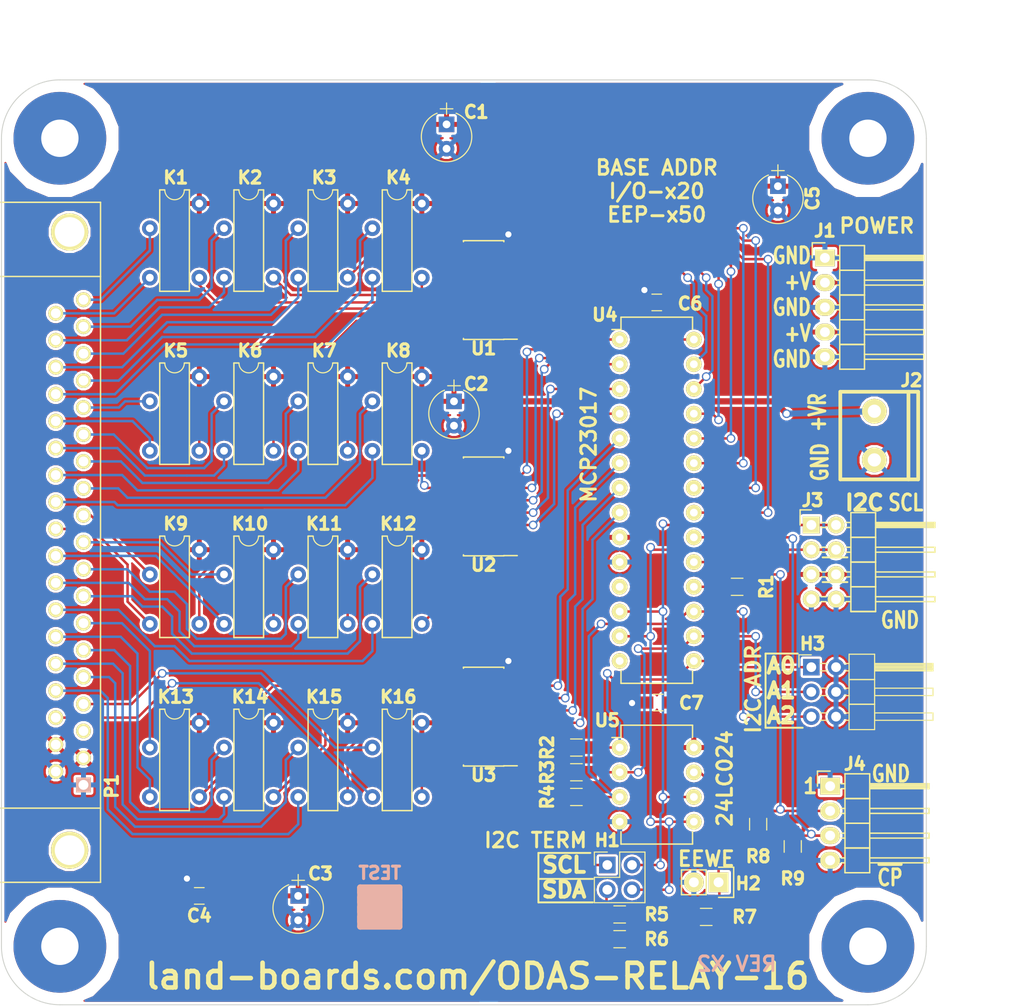
<source format=kicad_pcb>
(kicad_pcb (version 4) (host pcbnew 4.0.5)
  (title_block (title "8-Channel Opto-Isolated Output I2C") (rev X1) (company land-boards.com))
  (layers (0 F.Cu signal hide) (31 B.Cu signal hide) (36 B.SilkS user hide) (37 F.SilkS user) (38 B.Mask user) (39 F.Mask user) (44 Edge.Cuts user))
  (net 0 "")
  (net 1 /A1)
  (net 2 /A2)
  (net 3 /SCL)
  (net 4 /SDA)
  (net 5 /VCC)
  (net 6 GND)
  (net 7 /RST)
  (net 8 /INT0)
  (net 9 /INT1)
  (net 10 /A0)
  (net 11 /WE)
  (net 12 "Net-(U1-Pad1)")
  (net 13 "Net-(U1-Pad2)")
  (net 14 "Net-(U1-Pad3)")
  (net 15 "Net-(U1-Pad4)")
  (net 16 "Net-(U1-Pad5)")
  (net 17 "Net-(U1-Pad6)")
  (net 18 "Net-(U1-Pad7)")
  (net 19 "Net-(K3-Pad2)")
  (net 20 "Net-(K3-Pad4)")
  (net 21 "Net-(K4-Pad2)")
  (net 22 "Net-(K4-Pad4)")
  (net 23 "Net-(K5-Pad2)")
  (net 24 "Net-(K5-Pad4)")
  (net 25 "Net-(K6-Pad2)")
  (net 26 "Net-(K6-Pad4)")
  (net 27 "Net-(K7-Pad2)")
  (net 28 "Net-(K7-Pad4)")
  (net 29 "Net-(K8-Pad2)")
  (net 30 "Net-(K8-Pad4)")
  (net 31 "Net-(K9-Pad2)")
  (net 32 "Net-(K9-Pad4)")
  (net 33 "Net-(K10-Pad2)")
  (net 34 "Net-(K10-Pad4)")
  (net 35 "Net-(K11-Pad2)")
  (net 36 "Net-(K11-Pad4)")
  (net 37 "Net-(K12-Pad2)")
  (net 38 "Net-(K12-Pad4)")
  (net 39 "Net-(K13-Pad2)")
  (net 40 "Net-(K13-Pad4)")
  (net 41 "Net-(K14-Pad2)")
  (net 42 "Net-(K14-Pad4)")
  (net 43 "Net-(K15-Pad2)")
  (net 44 "Net-(K15-Pad4)")
  (net 45 "Net-(K16-Pad2)")
  (net 46 "Net-(K16-Pad4)")
  (net 47 /VRELAY)
  (net 48 "Net-(U2-Pad3)")
  (net 49 "Net-(U2-Pad4)")
  (net 50 "Net-(U2-Pad5)")
  (net 51 "Net-(U2-Pad6)")
  (net 52 "Net-(U2-Pad7)")
  (net 53 "Net-(U3-Pad6)")
  (net 54 "Net-(U3-Pad7)")
  (net 55 /RK1)
  (net 56 /RK2)
  (net 57 /RK3)
  (net 58 /RK4)
  (net 59 /RK5)
  (net 60 /RK6)
  (net 61 /RK7)
  (net 62 /RK8)
  (net 63 /RK9)
  (net 64 /RK10)
  (net 65 /RK11)
  (net 66 /RK12)
  (net 67 /RK13)
  (net 68 /RK14)
  (net 69 /RK15)
  (net 70 /RK16)
  (net 71 "Net-(H1-Pad1)")
  (net 72 "Net-(H1-Pad3)")
  (net 73 /R1-C)
  (net 74 /R1-NC)
  (net 75 /R2-C)
  (net 76 /R2-NC)
  (net 77 "Net-(U3-Pad4)")
  (net 78 "Net-(U3-Pad5)")
  (module MTG-6-32 (layer F.Cu) (at 91 71 180)
    (fp_text reference MTG4 hide)
    (fp_text value MTG_HOLE hide)
    (pad 1 thru_hole circle (at 0 0 180) (size 9.525 9.525) (drill 3.8354) (layers *.Cu *.Mask) (clearance 1.27))
  )
  (module MTG-6-32 (layer F.Cu) (at 174 71 180)
    (fp_text reference MTG3 hide)
    (fp_text value MTG_HOLE hide)
    (pad 1 thru_hole circle (at 0 0 180) (size 9.525 9.525) (drill 3.8354) (layers *.Cu *.Mask) (clearance 1.27))
  )
  (module MTG-6-32 (layer F.Cu) (at 91 154 180)
    (fp_text reference MTG2 hide)
    (fp_text value MTG_HOLE hide)
    (pad 1 thru_hole circle (at 0 0 180) (size 9.525 9.525) (drill 3.8354) (layers *.Cu *.Mask) (clearance 1.27))
  )
  (module MTG-6-32 (layer F.Cu) (at 174 154 180)
    (fp_text reference MTG1 hide)
    (fp_text value MTG_HOLE hide)
    (pad 1 thru_hole circle (at 0 0 180) (size 9.525 9.525) (drill 3.8354) (layers *.Cu *.Mask) (clearance 1.27))
  )
  (module Pin_Headers:Pin_Header_Straight_1x02 (layer F.Cu) (at 158.66 147.423 270)
    (fp_text reference H2 (at 0.127 -3.048 360) (layer F.SilkS) (effects (font (size 1.27 1.27) (thickness 0.3175))))
    (fp_text value CONN_01X02 hide)
    (pad 1 thru_hole rect (at 0 0 270) (size 2.032 2.032) (drill 1.016) (layers *.Cu *.Mask F.SilkS) (net 11 /WE))
    (pad 2 thru_hole oval (at 0 2.54 270) (size 2.032 2.032) (drill 1.016) (layers *.Cu *.Mask F.SilkS) (net 6 GND))
  )
  (module Connect:DB37FC (layer F.Cu) (at 92 112.5 90)
    (fp_text reference P1 (at -25.05 4.336 90) (layer F.SilkS) (effects (font (size 1.27 1.27) (thickness 0.3175))))
    (fp_text value DB37 hide)
    (pad 1 thru_hole rect (at -24.9174 1.4224 270) (size 1.524 1.524) (drill 1.016) (layers *.Cu *.SilkS *.Mask) (net 6 GND))
    (pad 2 thru_hole circle (at -22.1488 1.4224 270) (size 1.524 1.524) (drill 1.016) (layers *.Cu *.Mask F.SilkS) (net 47 /VRELAY))
    (pad 3 thru_hole circle (at -19.3802 1.4224 270) (size 1.524 1.524) (drill 1.016) (layers *.Cu *.Mask F.SilkS))
    (pad 4 thru_hole circle (at -16.6116 1.4224 270) (size 1.524 1.524) (drill 1.016) (layers *.Cu *.Mask F.SilkS) (net 45 "Net-(K16-Pad2)"))
    (pad 5 thru_hole circle (at -13.843 1.4224 270) (size 1.524 1.524) (drill 1.016) (layers *.Cu *.Mask F.SilkS) (net 43 "Net-(K15-Pad2)"))
    (pad 6 thru_hole circle (at -11.0744 1.4224 270) (size 1.524 1.524) (drill 1.016) (layers *.Cu *.Mask F.SilkS) (net 41 "Net-(K14-Pad2)"))
    (pad 7 thru_hole circle (at -8.3058 1.4224 270) (size 1.524 1.524) (drill 1.016) (layers *.Cu *.Mask F.SilkS) (net 39 "Net-(K13-Pad2)"))
    (pad 8 thru_hole circle (at -5.5372 1.4224 270) (size 1.524 1.524) (drill 1.016) (layers *.Cu *.Mask F.SilkS) (net 37 "Net-(K12-Pad2)"))
    (pad 9 thru_hole circle (at -2.7686 1.4224 270) (size 1.524 1.524) (drill 1.016) (layers *.Cu *.Mask F.SilkS) (net 35 "Net-(K11-Pad2)"))
    (pad ? thru_hole circle (at -31.623 0 270) (size 3.81 3.81) (drill 3.048) (layers *.Cu *.Mask F.SilkS))
    (pad ? thru_hole circle (at 31.877 0 270) (size 3.81 3.81) (drill 3.048) (layers *.Cu *.Mask F.SilkS))
    (pad 10 thru_hole circle (at 0 1.4224 270) (size 1.524 1.524) (drill 1.016) (layers *.Cu *.Mask F.SilkS) (net 33 "Net-(K10-Pad2)"))
    (pad 11 thru_hole circle (at 2.7686 1.4224 270) (size 1.524 1.524) (drill 1.016) (layers *.Cu *.Mask F.SilkS) (net 31 "Net-(K9-Pad2)"))
    (pad 12 thru_hole circle (at 5.5372 1.4224 270) (size 1.524 1.524) (drill 1.016) (layers *.Cu *.Mask F.SilkS) (net 29 "Net-(K8-Pad2)"))
    (pad 13 thru_hole circle (at 8.3058 1.4224 270) (size 1.524 1.524) (drill 1.016) (layers *.Cu *.Mask F.SilkS) (net 27 "Net-(K7-Pad2)"))
    (pad 14 thru_hole circle (at 11.0744 1.4224 270) (size 1.524 1.524) (drill 1.016) (layers *.Cu *.Mask F.SilkS) (net 25 "Net-(K6-Pad2)"))
    (pad 15 thru_hole circle (at 13.843 1.4224 270) (size 1.524 1.524) (drill 1.016) (layers *.Cu *.Mask F.SilkS) (net 23 "Net-(K5-Pad2)"))
    (pad 16 thru_hole circle (at 16.6116 1.4224 270) (size 1.524 1.524) (drill 1.016) (layers *.Cu *.Mask F.SilkS) (net 21 "Net-(K4-Pad2)"))
    (pad 17 thru_hole circle (at 19.3802 1.4224 270) (size 1.524 1.524) (drill 1.016) (layers *.Cu *.Mask F.SilkS) (net 19 "Net-(K3-Pad2)"))
    (pad 18 thru_hole circle (at 22.1488 1.4224 270) (size 1.524 1.524) (drill 1.016) (layers *.Cu *.Mask F.SilkS) (net 75 /R2-C))
    (pad 19 thru_hole circle (at 24.9174 1.4224 270) (size 1.524 1.524) (drill 1.016) (layers *.Cu *.Mask F.SilkS) (net 73 /R1-C))
    (pad 20 thru_hole circle (at -23.5458 -1.4224 270) (size 1.524 1.524) (drill 1.016) (layers *.Cu *.Mask F.SilkS) (net 6 GND))
    (pad 21 thru_hole circle (at -20.7772 -1.4224 270) (size 1.524 1.524) (drill 1.016) (layers *.Cu *.Mask F.SilkS) (net 47 /VRELAY))
    (pad 22 thru_hole circle (at -18.0086 -1.4224 270) (size 1.524 1.524) (drill 1.016) (layers *.Cu *.Mask F.SilkS) (net 46 "Net-(K16-Pad4)"))
    (pad 23 thru_hole circle (at -15.24 -1.4224 270) (size 1.524 1.524) (drill 1.016) (layers *.Cu *.Mask F.SilkS) (net 44 "Net-(K15-Pad4)"))
    (pad 24 thru_hole circle (at -12.4714 -1.4224 270) (size 1.524 1.524) (drill 1.016) (layers *.Cu *.Mask F.SilkS) (net 42 "Net-(K14-Pad4)"))
    (pad 25 thru_hole circle (at -9.7028 -1.4224 270) (size 1.524 1.524) (drill 1.016) (layers *.Cu *.Mask F.SilkS) (net 40 "Net-(K13-Pad4)"))
    (pad 26 thru_hole circle (at -6.9342 -1.4224 270) (size 1.524 1.524) (drill 1.016) (layers *.Cu *.Mask F.SilkS) (net 38 "Net-(K12-Pad4)"))
    (pad 27 thru_hole circle (at -4.1656 -1.4224 270) (size 1.524 1.524) (drill 1.016) (layers *.Cu *.Mask F.SilkS) (net 36 "Net-(K11-Pad4)"))
    (pad 28 thru_hole circle (at -1.397 -1.4224 270) (size 1.524 1.524) (drill 1.016) (layers *.Cu *.Mask F.SilkS) (net 34 "Net-(K10-Pad4)"))
    (pad 29 thru_hole circle (at 1.3716 -1.4224 270) (size 1.524 1.524) (drill 1.016) (layers *.Cu *.Mask F.SilkS) (net 32 "Net-(K9-Pad4)"))
    (pad 30 thru_hole circle (at 4.1402 -1.4224 270) (size 1.524 1.524) (drill 1.016) (layers *.Cu *.Mask F.SilkS) (net 30 "Net-(K8-Pad4)"))
    (pad 31 thru_hole circle (at 6.9088 -1.4224 270) (size 1.524 1.524) (drill 1.016) (layers *.Cu *.Mask F.SilkS) (net 28 "Net-(K7-Pad4)"))
    (pad 32 thru_hole circle (at 9.6774 -1.4224 270) (size 1.524 1.524) (drill 1.016) (layers *.Cu *.Mask F.SilkS) (net 26 "Net-(K6-Pad4)"))
    (pad 33 thru_hole circle (at 12.446 -1.4224 270) (size 1.524 1.524) (drill 1.016) (layers *.Cu *.Mask F.SilkS) (net 24 "Net-(K5-Pad4)"))
    (pad 34 thru_hole circle (at 15.2146 -1.4224 270) (size 1.524 1.524) (drill 1.016) (layers *.Cu *.Mask F.SilkS) (net 22 "Net-(K4-Pad4)"))
    (pad 35 thru_hole circle (at 17.9832 -1.4224 270) (size 1.524 1.524) (drill 1.016) (layers *.Cu *.Mask F.SilkS) (net 20 "Net-(K3-Pad4)"))
    (pad 36 thru_hole circle (at 20.7518 -1.4224 270) (size 1.524 1.524) (drill 1.016) (layers *.Cu *.Mask F.SilkS) (net 76 /R2-NC))
    (pad 37 thru_hole circle (at 23.5204 -1.4224 270) (size 1.524 1.524) (drill 1.016) (layers *.Cu *.Mask F.SilkS) (net 74 /R1-NC))
  )
  (module Housings_DIP:DIP-28_W7.62mm (layer F.Cu) (at 148.5 91.67)
    (fp_text reference U4 (at -1.524 -2.54) (layer F.SilkS) (effects (font (size 1.27 1.27) (thickness 0.3175))))
    (fp_text value MCP23017P hide)
    (pad 1 thru_hole oval (at 0 0) (size 1.6 1.6) (drill 0.8) (layers *.Cu *.Mask F.SilkS) (net 52 "Net-(U2-Pad7)"))
    (pad 2 thru_hole oval (at 0 2.54) (size 1.6 1.6) (drill 0.8) (layers *.Cu *.Mask F.SilkS) (net 50 "Net-(U2-Pad5)"))
    (pad 3 thru_hole oval (at 0 5.08) (size 1.6 1.6) (drill 0.8) (layers *.Cu *.Mask F.SilkS) (net 49 "Net-(U2-Pad4)"))
    (pad 4 thru_hole oval (at 0 7.62) (size 1.6 1.6) (drill 0.8) (layers *.Cu *.Mask F.SilkS) (net 48 "Net-(U2-Pad3)"))
    (pad 5 thru_hole oval (at 0 10.16) (size 1.6 1.6) (drill 0.8) (layers *.Cu *.Mask F.SilkS) (net 54 "Net-(U3-Pad7)"))
    (pad 6 thru_hole oval (at 0 12.7) (size 1.6 1.6) (drill 0.8) (layers *.Cu *.Mask F.SilkS) (net 53 "Net-(U3-Pad6)"))
    (pad 7 thru_hole oval (at 0 15.24) (size 1.6 1.6) (drill 0.8) (layers *.Cu *.Mask F.SilkS) (net 78 "Net-(U3-Pad5)"))
    (pad 8 thru_hole oval (at 0 17.78) (size 1.6 1.6) (drill 0.8) (layers *.Cu *.Mask F.SilkS) (net 77 "Net-(U3-Pad4)"))
    (pad 9 thru_hole oval (at 0 20.32) (size 1.6 1.6) (drill 0.8) (layers *.Cu *.Mask F.SilkS) (net 5 /VCC))
    (pad 10 thru_hole oval (at 0 22.86) (size 1.6 1.6) (drill 0.8) (layers *.Cu *.Mask F.SilkS) (net 6 GND))
    (pad 11 thru_hole oval (at 0 25.4) (size 1.6 1.6) (drill 0.8) (layers *.Cu *.Mask F.SilkS))
    (pad 12 thru_hole oval (at 0 27.94) (size 1.6 1.6) (drill 0.8) (layers *.Cu *.Mask F.SilkS) (net 3 /SCL))
    (pad 13 thru_hole oval (at 0 30.48) (size 1.6 1.6) (drill 0.8) (layers *.Cu *.Mask F.SilkS) (net 4 /SDA))
    (pad 14 thru_hole oval (at 0 33.02) (size 1.6 1.6) (drill 0.8) (layers *.Cu *.Mask F.SilkS))
    (pad 15 thru_hole oval (at 7.62 33.02) (size 1.6 1.6) (drill 0.8) (layers *.Cu *.Mask F.SilkS) (net 10 /A0))
    (pad 16 thru_hole oval (at 7.62 30.48) (size 1.6 1.6) (drill 0.8) (layers *.Cu *.Mask F.SilkS) (net 1 /A1))
    (pad 17 thru_hole oval (at 7.62 27.94) (size 1.6 1.6) (drill 0.8) (layers *.Cu *.Mask F.SilkS) (net 2 /A2))
    (pad 18 thru_hole oval (at 7.62 25.4) (size 1.6 1.6) (drill 0.8) (layers *.Cu *.Mask F.SilkS) (net 7 /RST))
    (pad 19 thru_hole oval (at 7.62 22.86) (size 1.6 1.6) (drill 0.8) (layers *.Cu *.Mask F.SilkS) (net 9 /INT1))
    (pad 20 thru_hole oval (at 7.62 20.32) (size 1.6 1.6) (drill 0.8) (layers *.Cu *.Mask F.SilkS) (net 8 /INT0))
    (pad 21 thru_hole oval (at 7.62 17.78) (size 1.6 1.6) (drill 0.8) (layers *.Cu *.Mask F.SilkS) (net 16 "Net-(U1-Pad5)"))
    (pad 22 thru_hole oval (at 7.62 15.24) (size 1.6 1.6) (drill 0.8) (layers *.Cu *.Mask F.SilkS) (net 17 "Net-(U1-Pad6)"))
    (pad 23 thru_hole oval (at 7.62 12.7) (size 1.6 1.6) (drill 0.8) (layers *.Cu *.Mask F.SilkS) (net 18 "Net-(U1-Pad7)"))
    (pad 24 thru_hole oval (at 7.62 10.16) (size 1.6 1.6) (drill 0.8) (layers *.Cu *.Mask F.SilkS) (net 15 "Net-(U1-Pad4)"))
    (pad 25 thru_hole oval (at 7.62 7.62) (size 1.6 1.6) (drill 0.8) (layers *.Cu *.Mask F.SilkS) (net 14 "Net-(U1-Pad3)"))
    (pad 26 thru_hole oval (at 7.62 5.08) (size 1.6 1.6) (drill 0.8) (layers *.Cu *.Mask F.SilkS) (net 13 "Net-(U1-Pad2)"))
    (pad 27 thru_hole oval (at 7.62 2.54) (size 1.6 1.6) (drill 0.8) (layers *.Cu *.Mask F.SilkS) (net 12 "Net-(U1-Pad1)"))
    (pad 28 thru_hole oval (at 7.62 0) (size 1.6 1.6) (drill 0.8) (layers *.Cu *.Mask F.SilkS) (net 51 "Net-(U2-Pad6)"))
  )
  (module Housings_DIP:DIP-8_W7.62mm (layer F.Cu) (at 148.5 133.58)
    (fp_text reference U5 (at -1.27 -2.794) (layer F.SilkS) (effects (font (size 1.27 1.27) (thickness 0.3175))))
    (fp_text value 24C01 hide)
    (pad 1 thru_hole oval (at 0 0) (size 1.6 1.6) (drill 0.8) (layers *.Cu *.Mask F.SilkS) (net 10 /A0))
    (pad 2 thru_hole oval (at 0 2.54) (size 1.6 1.6) (drill 0.8) (layers *.Cu *.Mask F.SilkS) (net 1 /A1))
    (pad 3 thru_hole oval (at 0 5.08) (size 1.6 1.6) (drill 0.8) (layers *.Cu *.Mask F.SilkS) (net 2 /A2))
    (pad 4 thru_hole oval (at 0 7.62) (size 1.6 1.6) (drill 0.8) (layers *.Cu *.Mask F.SilkS) (net 6 GND))
    (pad 5 thru_hole oval (at 7.62 7.62) (size 1.6 1.6) (drill 0.8) (layers *.Cu *.Mask F.SilkS) (net 4 /SDA))
    (pad 6 thru_hole oval (at 7.62 5.08) (size 1.6 1.6) (drill 0.8) (layers *.Cu *.Mask F.SilkS) (net 3 /SCL))
    (pad 7 thru_hole oval (at 7.62 2.54) (size 1.6 1.6) (drill 0.8) (layers *.Cu *.Mask F.SilkS) (net 11 /WE))
    (pad 8 thru_hole oval (at 7.62 0) (size 1.6 1.6) (drill 0.8) (layers *.Cu *.Mask F.SilkS) (net 5 /VCC))
  )
  (module Pin_Headers:Pin_Header_Angled_2x04 (layer F.Cu) (at 168.185 110.72)
    (fp_text reference J3 (at 0.127 -2.54) (layer F.SilkS) (effects (font (size 1.27 1.27) (thickness 0.3175))))
    (fp_text value CONN_02X04 hide)
    (pad 1 thru_hole rect (at 0 0) (size 1.7272 1.7272) (drill 1.016) (layers *.Cu *.Mask F.SilkS) (net 3 /SCL))
    (pad 2 thru_hole oval (at 2.54 0) (size 1.7272 1.7272) (drill 1.016) (layers *.Cu *.Mask F.SilkS) (net 3 /SCL))
    (pad 3 thru_hole oval (at 0 2.54) (size 1.7272 1.7272) (drill 1.016) (layers *.Cu *.Mask F.SilkS) (net 4 /SDA))
    (pad 4 thru_hole oval (at 2.54 2.54) (size 1.7272 1.7272) (drill 1.016) (layers *.Cu *.Mask F.SilkS) (net 4 /SDA))
    (pad 5 thru_hole oval (at 0 5.08) (size 1.7272 1.7272) (drill 1.016) (layers *.Cu *.Mask F.SilkS) (net 5 /VCC))
    (pad 6 thru_hole oval (at 2.54 5.08) (size 1.7272 1.7272) (drill 1.016) (layers *.Cu *.Mask F.SilkS) (net 5 /VCC))
    (pad 7 thru_hole oval (at 0 7.62) (size 1.7272 1.7272) (drill 1.016) (layers *.Cu *.Mask F.SilkS) (net 6 GND))
    (pad 8 thru_hole oval (at 2.54 7.62) (size 1.7272 1.7272) (drill 1.016) (layers *.Cu *.Mask F.SilkS) (net 6 GND))
  )
  (module Pin_Headers:Pin_Header_Angled_1x05 (layer F.Cu) (at 169.582 83.288)
    (fp_text reference J1 (at 0 -2.794) (layer F.SilkS) (effects (font (size 1.27 1.27) (thickness 0.3175))))
    (fp_text value CONN_01X05 hide)
    (pad 1 thru_hole rect (at 0 0) (size 2.032 1.7272) (drill 1.016) (layers *.Cu *.Mask F.SilkS) (net 6 GND))
    (pad 2 thru_hole oval (at 0 2.54) (size 2.032 1.7272) (drill 1.016) (layers *.Cu *.Mask F.SilkS) (net 5 /VCC))
    (pad 3 thru_hole oval (at 0 5.08) (size 2.032 1.7272) (drill 1.016) (layers *.Cu *.Mask F.SilkS) (net 6 GND))
    (pad 4 thru_hole oval (at 0 7.62) (size 2.032 1.7272) (drill 1.016) (layers *.Cu *.Mask F.SilkS) (net 5 /VCC))
    (pad 5 thru_hole oval (at 0 10.16) (size 2.032 1.7272) (drill 1.016) (layers *.Cu *.Mask F.SilkS) (net 6 GND))
  )
  (module Pin_Headers:Pin_Header_Angled_1x04 (layer F.Cu) (at 170.118 137.55)
    (fp_text reference J4 (at 2.54 -2.286) (layer F.SilkS) (effects (font (size 1.27 1.27) (thickness 0.3175))))
    (fp_text value CONN_01X04 hide)
    (pad 1 thru_hole rect (at 0 0) (size 2.032 1.7272) (drill 1.016) (layers *.Cu *.Mask F.SilkS) (net 6 GND))
    (pad 2 thru_hole oval (at 0 2.54) (size 2.032 1.7272) (drill 1.016) (layers *.Cu *.Mask F.SilkS) (net 9 /INT1))
    (pad 3 thru_hole oval (at 0 5.08) (size 2.032 1.7272) (drill 1.016) (layers *.Cu *.Mask F.SilkS) (net 8 /INT0))
    (pad 4 thru_hole oval (at 0 7.62) (size 2.032 1.7272) (drill 1.016) (layers *.Cu *.Mask F.SilkS) (net 6 GND))
  )
  (module Pin_Headers:Pin_Header_Angled_2x03_Pitch2.54mm (layer F.Cu) (at 168.185 125.325)
    (fp_text reference H3 (at 0.127 -2.413) (layer F.SilkS) (effects (font (size 1.27 1.27) (thickness 0.3175))))
    (fp_text value CONN_02X03 hide)
    (pad 1 thru_hole rect (at 0 0) (size 1.7 1.7) (drill 1) (layers *.Cu *.Mask) (net 10 /A0))
    (pad 2 thru_hole oval (at 2.54 0) (size 1.7 1.7) (drill 1) (layers *.Cu *.Mask) (net 6 GND))
    (pad 3 thru_hole oval (at 0 2.54) (size 1.7 1.7) (drill 1) (layers *.Cu *.Mask) (net 1 /A1))
    (pad 4 thru_hole oval (at 2.54 2.54) (size 1.7 1.7) (drill 1) (layers *.Cu *.Mask) (net 6 GND))
    (pad 5 thru_hole oval (at 0 5.08) (size 1.7 1.7) (drill 1) (layers *.Cu *.Mask) (net 2 /A2))
    (pad 6 thru_hole oval (at 2.54 5.08) (size 1.7 1.7) (drill 1) (layers *.Cu *.Mask) (net 6 GND))
  )
  (module Pin_Headers:Pin_Header_Straight_2x02_Pitch2.54mm (layer F.Cu) (at 147.23 145.645)
    (fp_text reference H1 (at 0 -2.54) (layer F.SilkS) (effects (font (size 1.27 1.27) (thickness 0.3175))))
    (fp_text value CONN_02X02 hide)
    (pad 1 thru_hole rect (at 0 0) (size 1.7 1.7) (drill 1) (layers *.Cu *.Mask) (net 71 "Net-(H1-Pad1)"))
    (pad 2 thru_hole oval (at 2.54 0) (size 1.7 1.7) (drill 1) (layers *.Cu *.Mask) (net 3 /SCL))
    (pad 3 thru_hole oval (at 0 2.54) (size 1.7 1.7) (drill 1) (layers *.Cu *.Mask) (net 72 "Net-(H1-Pad3)"))
    (pad 4 thru_hole oval (at 2.54 2.54) (size 1.7 1.7) (drill 1) (layers *.Cu *.Mask) (net 4 /SDA))
  )
  (module Resistors_SMD:R_0805_HandSoldering (layer F.Cu) (at 144.055 133.58 180)
    (fp_text reference R2 (at 3 0 270) (layer F.SilkS) (effects (font (size 1.27 1.27) (thickness 0.3175))))
    (fp_text value 10K hide)
    (pad 1 smd rect (at -1.35 0 180) (size 1.5 1.3) (layers F.Cu F.Mask) (net 10 /A0))
    (pad 2 smd rect (at 1.35 0 180) (size 1.5 1.3) (layers F.Cu F.Mask) (net 5 /VCC))
  )
  (module Capacitors_SMD:C_0805_HandSoldering (layer F.Cu) (at 152.46 128.96 180)
    (fp_text reference C7 (at -3.406 -0.048 180) (layer F.SilkS) (effects (font (size 1.27 1.27) (thickness 0.3175))))
    (fp_text value 0.1uF hide)
    (pad 1 smd rect (at -1.25 0 180) (size 1.5 1.25) (layers F.Cu F.Mask) (net 5 /VCC))
    (pad 2 smd rect (at 1.25 0 180) (size 1.5 1.25) (layers F.Cu F.Mask) (net 6 GND))
  )
  (module Capacitors_SMD:C_0805_HandSoldering (layer F.Cu) (at 152.31 87.86 180)
    (fp_text reference C6 (at -3.429 -0.127 180) (layer F.SilkS) (effects (font (size 1.27 1.27) (thickness 0.3175))))
    (fp_text value 0.1uF hide)
    (pad 1 smd rect (at -1.25 0 180) (size 1.5 1.25) (layers F.Cu F.Mask) (net 5 /VCC))
    (pad 2 smd rect (at 1.25 0 180) (size 1.5 1.25) (layers F.Cu F.Mask) (net 6 GND))
  )
  (module Resistors_SMD:R_0805_HandSoldering (layer F.Cu) (at 144.055 138.66 180)
    (fp_text reference R4 (at 3 0 270) (layer F.SilkS) (effects (font (size 1.27 1.27) (thickness 0.3175))))
    (fp_text value 10K hide)
    (pad 1 smd rect (at -1.35 0 180) (size 1.5 1.3) (layers F.Cu F.Mask) (net 2 /A2))
    (pad 2 smd rect (at 1.35 0 180) (size 1.5 1.3) (layers F.Cu F.Mask) (net 5 /VCC))
  )
  (module Resistors_SMD:R_0805_HandSoldering (layer F.Cu) (at 144.055 136.12 180)
    (fp_text reference R3 (at 3 0 270) (layer F.SilkS) (effects (font (size 1.27 1.27) (thickness 0.3175))))
    (fp_text value 10K hide)
    (pad 1 smd rect (at -1.35 0 180) (size 1.5 1.3) (layers F.Cu F.Mask) (net 1 /A1))
    (pad 2 smd rect (at 1.35 0 180) (size 1.5 1.3) (layers F.Cu F.Mask) (net 5 /VCC))
  )
  (module Resistors_SMD:R_0805_HandSoldering (layer F.Cu) (at 160.565 117.07)
    (fp_text reference R1 (at 3 0 90) (layer F.SilkS) (effects (font (size 1.27 1.27) (thickness 0.3175))))
    (fp_text value 10K hide)
    (pad 1 smd rect (at -1.35 0) (size 1.5 1.3) (layers F.Cu F.Mask) (net 7 /RST))
    (pad 2 smd rect (at 1.35 0) (size 1.5 1.3) (layers F.Cu F.Mask) (net 5 /VCC))
  )
  (module Resistors_SMD:R_0805_HandSoldering (layer F.Cu) (at 157.39 150.979)
    (fp_text reference R7 (at 3.937 0) (layer F.SilkS) (effects (font (size 1.27 1.27) (thickness 0.3175))))
    (fp_text value 1K hide)
    (pad 1 smd rect (at -1.35 0) (size 1.5 1.3) (layers F.Cu F.Mask) (net 5 /VCC))
    (pad 2 smd rect (at 1.35 0) (size 1.5 1.3) (layers F.Cu F.Mask) (net 11 /WE))
  )
  (module Resistors_SMD:R_0805_HandSoldering (layer F.Cu) (at 162.724 141.454 270)
    (fp_text reference R8 (at 3.302 0 360) (layer F.SilkS) (effects (font (size 1.27 1.27) (thickness 0.3175))))
    (fp_text value 10K hide)
    (pad 1 smd rect (at -1.35 0 270) (size 1.5 1.3) (layers F.Cu F.Mask) (net 9 /INT1))
    (pad 2 smd rect (at 1.35 0 270) (size 1.5 1.3) (layers F.Cu F.Mask) (net 5 /VCC))
  )
  (module Resistors_SMD:R_0805_HandSoldering (layer F.Cu) (at 166.28 143.74 270)
    (fp_text reference R9 (at 3.302 0 360) (layer F.SilkS) (effects (font (size 1.27 1.27) (thickness 0.3175))))
    (fp_text value 10K hide)
    (pad 1 smd rect (at -1.35 0 270) (size 1.5 1.3) (layers F.Cu F.Mask) (net 8 /INT0))
    (pad 2 smd rect (at 1.35 0 270) (size 1.5 1.3) (layers F.Cu F.Mask) (net 5 /VCC))
  )
  (module Housings_SOIC:SOIC-16_3.9x9.9mm_Pitch1.27mm (layer F.Cu) (at 134.53 86.59 180)
    (fp_text reference U1 (at 0 -6 180) (layer F.SilkS) (effects (font (size 1.27 1.27) (thickness 0.3175))))
    (fp_text value ULN2003ADR hide)
    (pad 1 smd rect (at -2.7 -4.445 180) (size 1.5 0.6) (layers F.Cu F.Mask) (net 12 "Net-(U1-Pad1)"))
    (pad 2 smd rect (at -2.7 -3.175 180) (size 1.5 0.6) (layers F.Cu F.Mask) (net 13 "Net-(U1-Pad2)"))
    (pad 3 smd rect (at -2.7 -1.905 180) (size 1.5 0.6) (layers F.Cu F.Mask) (net 14 "Net-(U1-Pad3)"))
    (pad 4 smd rect (at -2.7 -0.635 180) (size 1.5 0.6) (layers F.Cu F.Mask) (net 15 "Net-(U1-Pad4)"))
    (pad 5 smd rect (at -2.7 0.635 180) (size 1.5 0.6) (layers F.Cu F.Mask) (net 16 "Net-(U1-Pad5)"))
    (pad 6 smd rect (at -2.7 1.905 180) (size 1.5 0.6) (layers F.Cu F.Mask) (net 17 "Net-(U1-Pad6)"))
    (pad 7 smd rect (at -2.7 3.175 180) (size 1.5 0.6) (layers F.Cu F.Mask) (net 18 "Net-(U1-Pad7)"))
    (pad 8 smd rect (at -2.7 4.445 180) (size 1.5 0.6) (layers F.Cu F.Mask) (net 6 GND))
    (pad 9 smd rect (at 2.7 4.445 180) (size 1.5 0.6) (layers F.Cu F.Mask) (net 47 /VRELAY))
    (pad 10 smd rect (at 2.7 3.175 180) (size 1.5 0.6) (layers F.Cu F.Mask) (net 57 /RK3))
    (pad 11 smd rect (at 2.7 1.905 180) (size 1.5 0.6) (layers F.Cu F.Mask) (net 56 /RK2))
    (pad 12 smd rect (at 2.7 0.635 180) (size 1.5 0.6) (layers F.Cu F.Mask) (net 55 /RK1))
    (pad 13 smd rect (at 2.7 -0.635 180) (size 1.5 0.6) (layers F.Cu F.Mask) (net 58 /RK4))
    (pad 14 smd rect (at 2.7 -1.905 180) (size 1.5 0.6) (layers F.Cu F.Mask) (net 59 /RK5))
    (pad 15 smd rect (at 2.7 -3.175 180) (size 1.5 0.6) (layers F.Cu F.Mask) (net 60 /RK6))
    (pad 16 smd rect (at 2.7 -4.445 180) (size 1.5 0.6) (layers F.Cu F.Mask) (net 61 /RK7))
  )
  (module Housings_SOIC:SOIC-16_3.9x9.9mm_Pitch1.27mm (layer F.Cu) (at 134.53 108.815 180)
    (fp_text reference U2 (at 0 -6 180) (layer F.SilkS) (effects (font (size 1.27 1.27) (thickness 0.3175))))
    (fp_text value ULN2003ADR hide)
    (pad 1 smd rect (at -2.7 -4.445 180) (size 1.5 0.6) (layers F.Cu F.Mask))
    (pad 2 smd rect (at -2.7 -3.175 180) (size 1.5 0.6) (layers F.Cu F.Mask))
    (pad 3 smd rect (at -2.7 -1.905 180) (size 1.5 0.6) (layers F.Cu F.Mask) (net 48 "Net-(U2-Pad3)"))
    (pad 4 smd rect (at -2.7 -0.635 180) (size 1.5 0.6) (layers F.Cu F.Mask) (net 49 "Net-(U2-Pad4)"))
    (pad 5 smd rect (at -2.7 0.635 180) (size 1.5 0.6) (layers F.Cu F.Mask) (net 50 "Net-(U2-Pad5)"))
    (pad 6 smd rect (at -2.7 1.905 180) (size 1.5 0.6) (layers F.Cu F.Mask) (net 51 "Net-(U2-Pad6)"))
    (pad 7 smd rect (at -2.7 3.175 180) (size 1.5 0.6) (layers F.Cu F.Mask) (net 52 "Net-(U2-Pad7)"))
    (pad 8 smd rect (at -2.7 4.445 180) (size 1.5 0.6) (layers F.Cu F.Mask) (net 6 GND))
    (pad 9 smd rect (at 2.7 4.445 180) (size 1.5 0.6) (layers F.Cu F.Mask) (net 47 /VRELAY))
    (pad 10 smd rect (at 2.7 3.175 180) (size 1.5 0.6) (layers F.Cu F.Mask) (net 63 /RK9))
    (pad 11 smd rect (at 2.7 1.905 180) (size 1.5 0.6) (layers F.Cu F.Mask) (net 62 /RK8))
    (pad 12 smd rect (at 2.7 0.635 180) (size 1.5 0.6) (layers F.Cu F.Mask) (net 64 /RK10))
    (pad 13 smd rect (at 2.7 -0.635 180) (size 1.5 0.6) (layers F.Cu F.Mask) (net 65 /RK11))
    (pad 14 smd rect (at 2.7 -1.905 180) (size 1.5 0.6) (layers F.Cu F.Mask) (net 66 /RK12))
    (pad 15 smd rect (at 2.7 -3.175 180) (size 1.5 0.6) (layers F.Cu F.Mask))
    (pad 16 smd rect (at 2.7 -4.445 180) (size 1.5 0.6) (layers F.Cu F.Mask))
  )
  (module Housings_SOIC:SOIC-16_3.9x9.9mm_Pitch1.27mm (layer F.Cu) (at 134.53 130.405 180)
    (fp_text reference U3 (at 0 -6 180) (layer F.SilkS) (effects (font (size 1.27 1.27) (thickness 0.3175))))
    (fp_text value ULN2003ADR hide)
    (pad 1 smd rect (at -2.7 -4.445 180) (size 1.5 0.6) (layers F.Cu F.Mask))
    (pad 2 smd rect (at -2.7 -3.175 180) (size 1.5 0.6) (layers F.Cu F.Mask))
    (pad 3 smd rect (at -2.7 -1.905 180) (size 1.5 0.6) (layers F.Cu F.Mask))
    (pad 4 smd rect (at -2.7 -0.635 180) (size 1.5 0.6) (layers F.Cu F.Mask) (net 77 "Net-(U3-Pad4)"))
    (pad 5 smd rect (at -2.7 0.635 180) (size 1.5 0.6) (layers F.Cu F.Mask) (net 78 "Net-(U3-Pad5)"))
    (pad 6 smd rect (at -2.7 1.905 180) (size 1.5 0.6) (layers F.Cu F.Mask) (net 53 "Net-(U3-Pad6)"))
    (pad 7 smd rect (at -2.7 3.175 180) (size 1.5 0.6) (layers F.Cu F.Mask) (net 54 "Net-(U3-Pad7)"))
    (pad 8 smd rect (at -2.7 4.445 180) (size 1.5 0.6) (layers F.Cu F.Mask) (net 6 GND))
    (pad 9 smd rect (at 2.7 4.445 180) (size 1.5 0.6) (layers F.Cu F.Mask) (net 47 /VRELAY))
    (pad 10 smd rect (at 2.7 3.175 180) (size 1.5 0.6) (layers F.Cu F.Mask) (net 67 /RK13))
    (pad 11 smd rect (at 2.7 1.905 180) (size 1.5 0.6) (layers F.Cu F.Mask) (net 68 /RK14))
    (pad 12 smd rect (at 2.7 0.635 180) (size 1.5 0.6) (layers F.Cu F.Mask) (net 69 /RK15))
    (pad 13 smd rect (at 2.7 -0.635 180) (size 1.5 0.6) (layers F.Cu F.Mask) (net 70 /RK16))
    (pad 14 smd rect (at 2.7 -1.905 180) (size 1.5 0.6) (layers F.Cu F.Mask))
    (pad 15 smd rect (at 2.7 -3.175 180) (size 1.5 0.6) (layers F.Cu F.Mask))
    (pad 16 smd rect (at 2.7 -4.445 180) (size 1.5 0.6) (layers F.Cu F.Mask))
  )
  (module LandBoards_Conns:TB2-5MM (layer F.Cu) (at 174.662 99.036 270)
    (fp_text reference J2 (at -3.175 -3.81 360) (layer F.SilkS) (effects (font (size 1.27 1.27) (thickness 0.3175))))
    (fp_text value CONN_01X02 hide)
    (pad 1 thru_hole circle (at 0 0 270) (size 2.54 2.54) (drill 1.3589) (layers *.Cu *.Mask F.SilkS) (net 47 /VRELAY))
    (pad 2 thru_hole circle (at 5 0 270) (size 2.54 2.54) (drill 1.3589) (layers *.Cu *.Mask F.SilkS) (net 6 GND))
  )
  (module Resistors_SMD:R_0805_HandSoldering (layer F.Cu) (at 148.5 153.265)
    (fp_text reference R6 (at 3.81 0) (layer F.SilkS) (effects (font (size 1.27 1.27) (thickness 0.3175))))
    (fp_text value 2.2K hide)
    (pad 1 smd rect (at -1.35 0) (size 1.5 1.3) (layers F.Cu F.Mask) (net 71 "Net-(H1-Pad1)"))
    (pad 2 smd rect (at 1.35 0) (size 1.5 1.3) (layers F.Cu F.Mask) (net 5 /VCC))
  )
  (module Resistors_SMD:R_0805_HandSoldering (layer F.Cu) (at 148.5 150.725)
    (fp_text reference R5 (at 3.81 0) (layer F.SilkS) (effects (font (size 1.27 1.27) (thickness 0.3175))))
    (fp_text value 2.2K hide)
    (pad 1 smd rect (at -1.35 0) (size 1.5 1.3) (layers F.Cu F.Mask) (net 72 "Net-(H1-Pad3)"))
    (pad 2 smd rect (at 1.35 0) (size 1.5 1.3) (layers F.Cu F.Mask) (net 5 /VCC))
  )
  (module Capacitors_SMD:C_0805_HandSoldering (layer F.Cu) (at 105.32 148.82 180)
    (fp_text reference C4 (at 0 -2.032 180) (layer F.SilkS) (effects (font (size 1.27 1.27) (thickness 0.3175))))
    (fp_text value 0.1uF hide)
    (pad 1 smd rect (at -1.25 0 180) (size 1.5 1.25) (layers F.Cu F.Mask) (net 47 /VRELAY))
    (pad 2 smd rect (at 1.25 0 180) (size 1.5 1.25) (layers F.Cu F.Mask) (net 6 GND))
  )
  (module Capacitors_ThroughHole:CP_Radial_Tantal_D5.0mm_P2.50mm (layer F.Cu) (at 115.48 148.82 270)
    (fp_text reference C3 (at -2.286 -2.286 360) (layer F.SilkS) (effects (font (size 1.27 1.27) (thickness 0.3175))))
    (fp_text value 47uF hide)
    (pad 1 thru_hole rect (at 0 0 270) (size 1.6 1.6) (drill 0.8) (layers *.Cu *.Mask) (net 47 /VRELAY))
    (pad 2 thru_hole circle (at 2.5 0 270) (size 1.6 1.6) (drill 0.8) (layers *.Cu *.Mask) (net 6 GND))
  )
  (module Capacitors_ThroughHole:CP_Radial_Tantal_D5.0mm_P2.50mm (layer F.Cu) (at 131.482 98.02 270)
    (fp_text reference C2 (at -1.778 -2.286 360) (layer F.SilkS) (effects (font (size 1.27 1.27) (thickness 0.3175))))
    (fp_text value 47uF hide)
    (pad 1 thru_hole rect (at 0 0 270) (size 1.6 1.6) (drill 0.8) (layers *.Cu *.Mask) (net 47 /VRELAY))
    (pad 2 thru_hole circle (at 2.5 0 270) (size 1.6 1.6) (drill 0.8) (layers *.Cu *.Mask) (net 6 GND))
  )
  (module Capacitors_ThroughHole:CP_Radial_Tantal_D5.0mm_P2.50mm (layer F.Cu) (at 130.72 69.572 270)
    (fp_text reference C1 (at -1.27 -3.048 360) (layer F.SilkS) (effects (font (size 1.27 1.27) (thickness 0.3175))))
    (fp_text value 47uF hide)
    (pad 1 thru_hole rect (at 0 0 270) (size 1.6 1.6) (drill 0.8) (layers *.Cu *.Mask) (net 47 /VRELAY))
    (pad 2 thru_hole circle (at 2.5 0 270) (size 1.6 1.6) (drill 0.8) (layers *.Cu *.Mask) (net 6 GND))
  )
  (module LandBoards_Marking:TEST_BLK-REAR (layer F.Cu) (at 123.862 149.963)
    (fp_text reference TEST (at 0 -3.5) (layer B.SilkS) (effects (font (size 1.27 1.27) (thickness 0.3175)) (justify mirror)))
    (fp_text value TESTED_COUPON hide)
  )
  (module Capacitors_ThroughHole:CP_Radial_Tantal_D5.0mm_P2.50mm (layer F.Cu) (at 164.756 75.922 270)
    (fp_text reference C5 (at 1.25 -3.56 270) (layer F.SilkS) (effects (font (size 1.27 1.27) (thickness 0.3175))))
    (fp_text value 47uF hide)
    (pad 1 thru_hole rect (at 0 0 270) (size 1.6 1.6) (drill 0.8) (layers *.Cu *.Mask) (net 5 /VCC))
    (pad 2 thru_hole circle (at 2.5 0 270) (size 1.6 1.6) (drill 0.8) (layers *.Cu *.Mask) (net 6 GND))
  )
  (module DougsNewMods:RELAY_SPST-6P (layer F.Cu) (at 123.1 131.04)
    (fp_text reference K16 (at 2.667 -2.667) (layer F.SilkS) (effects (font (size 1.27 1.27) (thickness 0.3175))))
    (fp_text value RELAY_SPST-G6L-1P_V2 hide)
    (pad 5 thru_hole oval (at 5.08 7.62) (size 1.6 1.6) (drill 0.8) (layers *.Cu *.Mask) (net 70 /RK16))
    (pad 2 thru_hole oval (at 0 2.54) (size 1.6 1.6) (drill 0.8) (layers *.Cu *.Mask) (net 45 "Net-(K16-Pad2)"))
    (pad 4 thru_hole oval (at 0 7.62) (size 1.6 1.6) (drill 0.8) (layers *.Cu *.Mask) (net 46 "Net-(K16-Pad4)"))
    (pad 8 thru_hole oval (at 5.08 0) (size 1.6 1.6) (drill 0.8) (layers *.Cu *.Mask) (net 47 /VRELAY))
  )
  (module DougsNewMods:RELAY_SPST-6P (layer F.Cu) (at 115.48 131.04)
    (fp_text reference K15 (at 2.667 -2.667) (layer F.SilkS) (effects (font (size 1.27 1.27) (thickness 0.3175))))
    (fp_text value RELAY_SPST-G6L-1P_V2 hide)
    (pad 5 thru_hole oval (at 5.08 7.62) (size 1.6 1.6) (drill 0.8) (layers *.Cu *.Mask) (net 69 /RK15))
    (pad 2 thru_hole oval (at 0 2.54) (size 1.6 1.6) (drill 0.8) (layers *.Cu *.Mask) (net 43 "Net-(K15-Pad2)"))
    (pad 4 thru_hole oval (at 0 7.62) (size 1.6 1.6) (drill 0.8) (layers *.Cu *.Mask) (net 44 "Net-(K15-Pad4)"))
    (pad 8 thru_hole oval (at 5.08 0) (size 1.6 1.6) (drill 0.8) (layers *.Cu *.Mask) (net 47 /VRELAY))
  )
  (module DougsNewMods:RELAY_SPST-6P (layer F.Cu) (at 107.86 131.04)
    (fp_text reference K14 (at 2.667 -2.667) (layer F.SilkS) (effects (font (size 1.27 1.27) (thickness 0.3175))))
    (fp_text value RELAY_SPST-G6L-1P_V2 hide)
    (pad 5 thru_hole oval (at 5.08 7.62) (size 1.6 1.6) (drill 0.8) (layers *.Cu *.Mask) (net 68 /RK14))
    (pad 2 thru_hole oval (at 0 2.54) (size 1.6 1.6) (drill 0.8) (layers *.Cu *.Mask) (net 41 "Net-(K14-Pad2)"))
    (pad 4 thru_hole oval (at 0 7.62) (size 1.6 1.6) (drill 0.8) (layers *.Cu *.Mask) (net 42 "Net-(K14-Pad4)"))
    (pad 8 thru_hole oval (at 5.08 0) (size 1.6 1.6) (drill 0.8) (layers *.Cu *.Mask) (net 47 /VRELAY))
  )
  (module DougsNewMods:RELAY_SPST-6P (layer F.Cu) (at 100.24 131.04)
    (fp_text reference K13 (at 2.667 -2.667) (layer F.SilkS) (effects (font (size 1.27 1.27) (thickness 0.3175))))
    (fp_text value RELAY_SPST-G6L-1P_V2 hide)
    (pad 5 thru_hole oval (at 5.08 7.62) (size 1.6 1.6) (drill 0.8) (layers *.Cu *.Mask) (net 67 /RK13))
    (pad 2 thru_hole oval (at 0 2.54) (size 1.6 1.6) (drill 0.8) (layers *.Cu *.Mask) (net 39 "Net-(K13-Pad2)"))
    (pad 4 thru_hole oval (at 0 7.62) (size 1.6 1.6) (drill 0.8) (layers *.Cu *.Mask) (net 40 "Net-(K13-Pad4)"))
    (pad 8 thru_hole oval (at 5.08 0) (size 1.6 1.6) (drill 0.8) (layers *.Cu *.Mask) (net 47 /VRELAY))
  )
  (module DougsNewMods:RELAY_SPST-6P (layer F.Cu) (at 123.1 113.26)
    (fp_text reference K12 (at 2.667 -2.667) (layer F.SilkS) (effects (font (size 1.27 1.27) (thickness 0.3175))))
    (fp_text value RELAY_SPST-G6L-1P_V2 hide)
    (pad 5 thru_hole oval (at 5.08 7.62) (size 1.6 1.6) (drill 0.8) (layers *.Cu *.Mask) (net 66 /RK12))
    (pad 2 thru_hole oval (at 0 2.54) (size 1.6 1.6) (drill 0.8) (layers *.Cu *.Mask) (net 37 "Net-(K12-Pad2)"))
    (pad 4 thru_hole oval (at 0 7.62) (size 1.6 1.6) (drill 0.8) (layers *.Cu *.Mask) (net 38 "Net-(K12-Pad4)"))
    (pad 8 thru_hole oval (at 5.08 0) (size 1.6 1.6) (drill 0.8) (layers *.Cu *.Mask) (net 47 /VRELAY))
  )
  (module DougsNewMods:RELAY_SPST-6P (layer F.Cu) (at 115.48 113.26)
    (fp_text reference K11 (at 2.667 -2.667) (layer F.SilkS) (effects (font (size 1.27 1.27) (thickness 0.3175))))
    (fp_text value RELAY_SPST-G6L-1P_V2 hide)
    (pad 5 thru_hole oval (at 5.08 7.62) (size 1.6 1.6) (drill 0.8) (layers *.Cu *.Mask) (net 65 /RK11))
    (pad 2 thru_hole oval (at 0 2.54) (size 1.6 1.6) (drill 0.8) (layers *.Cu *.Mask) (net 35 "Net-(K11-Pad2)"))
    (pad 4 thru_hole oval (at 0 7.62) (size 1.6 1.6) (drill 0.8) (layers *.Cu *.Mask) (net 36 "Net-(K11-Pad4)"))
    (pad 8 thru_hole oval (at 5.08 0) (size 1.6 1.6) (drill 0.8) (layers *.Cu *.Mask) (net 47 /VRELAY))
  )
  (module DougsNewMods:RELAY_SPST-6P (layer F.Cu) (at 107.86 113.26)
    (fp_text reference K10 (at 2.667 -2.667) (layer F.SilkS) (effects (font (size 1.27 1.27) (thickness 0.3175))))
    (fp_text value RELAY_SPST-G6L-1P_V2 hide)
    (pad 5 thru_hole oval (at 5.08 7.62) (size 1.6 1.6) (drill 0.8) (layers *.Cu *.Mask) (net 64 /RK10))
    (pad 2 thru_hole oval (at 0 2.54) (size 1.6 1.6) (drill 0.8) (layers *.Cu *.Mask) (net 33 "Net-(K10-Pad2)"))
    (pad 4 thru_hole oval (at 0 7.62) (size 1.6 1.6) (drill 0.8) (layers *.Cu *.Mask) (net 34 "Net-(K10-Pad4)"))
    (pad 8 thru_hole oval (at 5.08 0) (size 1.6 1.6) (drill 0.8) (layers *.Cu *.Mask) (net 47 /VRELAY))
  )
  (module DougsNewMods:RELAY_SPST-6P (layer F.Cu) (at 100.24 113.26)
    (fp_text reference K9 (at 2.667 -2.667) (layer F.SilkS) (effects (font (size 1.27 1.27) (thickness 0.3175))))
    (fp_text value RELAY_SPST-G6L-1P_V2 hide)
    (pad 5 thru_hole oval (at 5.08 7.62) (size 1.6 1.6) (drill 0.8) (layers *.Cu *.Mask) (net 63 /RK9))
    (pad 2 thru_hole oval (at 0 2.54) (size 1.6 1.6) (drill 0.8) (layers *.Cu *.Mask) (net 31 "Net-(K9-Pad2)"))
    (pad 4 thru_hole oval (at 0 7.62) (size 1.6 1.6) (drill 0.8) (layers *.Cu *.Mask) (net 32 "Net-(K9-Pad4)"))
    (pad 8 thru_hole oval (at 5.08 0) (size 1.6 1.6) (drill 0.8) (layers *.Cu *.Mask) (net 47 /VRELAY))
  )
  (module DougsNewMods:RELAY_SPST-6P (layer F.Cu) (at 123.1 95.48)
    (fp_text reference K8 (at 2.667 -2.667) (layer F.SilkS) (effects (font (size 1.27 1.27) (thickness 0.3175))))
    (fp_text value RELAY_SPST-G6L-1P_V2 hide)
    (pad 5 thru_hole oval (at 5.08 7.62) (size 1.6 1.6) (drill 0.8) (layers *.Cu *.Mask) (net 62 /RK8))
    (pad 2 thru_hole oval (at 0 2.54) (size 1.6 1.6) (drill 0.8) (layers *.Cu *.Mask) (net 29 "Net-(K8-Pad2)"))
    (pad 4 thru_hole oval (at 0 7.62) (size 1.6 1.6) (drill 0.8) (layers *.Cu *.Mask) (net 30 "Net-(K8-Pad4)"))
    (pad 8 thru_hole oval (at 5.08 0) (size 1.6 1.6) (drill 0.8) (layers *.Cu *.Mask) (net 47 /VRELAY))
  )
  (module DougsNewMods:RELAY_SPST-6P (layer F.Cu) (at 115.48 95.48)
    (fp_text reference K7 (at 2.667 -2.667) (layer F.SilkS) (effects (font (size 1.27 1.27) (thickness 0.3175))))
    (fp_text value RELAY_SPST-G6L-1P_V2 hide)
    (pad 5 thru_hole oval (at 5.08 7.62) (size 1.6 1.6) (drill 0.8) (layers *.Cu *.Mask) (net 61 /RK7))
    (pad 2 thru_hole oval (at 0 2.54) (size 1.6 1.6) (drill 0.8) (layers *.Cu *.Mask) (net 27 "Net-(K7-Pad2)"))
    (pad 4 thru_hole oval (at 0 7.62) (size 1.6 1.6) (drill 0.8) (layers *.Cu *.Mask) (net 28 "Net-(K7-Pad4)"))
    (pad 8 thru_hole oval (at 5.08 0) (size 1.6 1.6) (drill 0.8) (layers *.Cu *.Mask) (net 47 /VRELAY))
  )
  (module DougsNewMods:RELAY_SPST-6P (layer F.Cu) (at 107.86 95.48)
    (fp_text reference K6 (at 2.667 -2.667) (layer F.SilkS) (effects (font (size 1.27 1.27) (thickness 0.3175))))
    (fp_text value RELAY_SPST-G6L-1P_V2 hide)
    (pad 5 thru_hole oval (at 5.08 7.62) (size 1.6 1.6) (drill 0.8) (layers *.Cu *.Mask) (net 60 /RK6))
    (pad 2 thru_hole oval (at 0 2.54) (size 1.6 1.6) (drill 0.8) (layers *.Cu *.Mask) (net 25 "Net-(K6-Pad2)"))
    (pad 4 thru_hole oval (at 0 7.62) (size 1.6 1.6) (drill 0.8) (layers *.Cu *.Mask) (net 26 "Net-(K6-Pad4)"))
    (pad 8 thru_hole oval (at 5.08 0) (size 1.6 1.6) (drill 0.8) (layers *.Cu *.Mask) (net 47 /VRELAY))
  )
  (module DougsNewMods:RELAY_SPST-6P (layer F.Cu) (at 100.24 95.48)
    (fp_text reference K5 (at 2.667 -2.667) (layer F.SilkS) (effects (font (size 1.27 1.27) (thickness 0.3175))))
    (fp_text value RELAY_SPST-G6L-1P_V2 hide)
    (pad 5 thru_hole oval (at 5.08 7.62) (size 1.6 1.6) (drill 0.8) (layers *.Cu *.Mask) (net 59 /RK5))
    (pad 2 thru_hole oval (at 0 2.54) (size 1.6 1.6) (drill 0.8) (layers *.Cu *.Mask) (net 23 "Net-(K5-Pad2)"))
    (pad 4 thru_hole oval (at 0 7.62) (size 1.6 1.6) (drill 0.8) (layers *.Cu *.Mask) (net 24 "Net-(K5-Pad4)"))
    (pad 8 thru_hole oval (at 5.08 0) (size 1.6 1.6) (drill 0.8) (layers *.Cu *.Mask) (net 47 /VRELAY))
  )
  (module DougsNewMods:RELAY_SPST-6P (layer F.Cu) (at 123.1 77.7)
    (fp_text reference K4 (at 2.667 -2.667) (layer F.SilkS) (effects (font (size 1.27 1.27) (thickness 0.3175))))
    (fp_text value RELAY_SPST-G6L-1P_V2 hide)
    (pad 5 thru_hole oval (at 5.08 7.62) (size 1.6 1.6) (drill 0.8) (layers *.Cu *.Mask) (net 58 /RK4))
    (pad 2 thru_hole oval (at 0 2.54) (size 1.6 1.6) (drill 0.8) (layers *.Cu *.Mask) (net 21 "Net-(K4-Pad2)"))
    (pad 4 thru_hole oval (at 0 7.62) (size 1.6 1.6) (drill 0.8) (layers *.Cu *.Mask) (net 22 "Net-(K4-Pad4)"))
    (pad 8 thru_hole oval (at 5.08 0) (size 1.6 1.6) (drill 0.8) (layers *.Cu *.Mask) (net 47 /VRELAY))
  )
  (module DougsNewMods:RELAY_SPST-6P (layer F.Cu) (at 115.48 77.7)
    (fp_text reference K3 (at 2.667 -2.667) (layer F.SilkS) (effects (font (size 1.27 1.27) (thickness 0.3175))))
    (fp_text value RELAY_SPST-G6L-1P_V2 hide)
    (pad 5 thru_hole oval (at 5.08 7.62) (size 1.6 1.6) (drill 0.8) (layers *.Cu *.Mask) (net 57 /RK3))
    (pad 2 thru_hole oval (at 0 2.54) (size 1.6 1.6) (drill 0.8) (layers *.Cu *.Mask) (net 19 "Net-(K3-Pad2)"))
    (pad 4 thru_hole oval (at 0 7.62) (size 1.6 1.6) (drill 0.8) (layers *.Cu *.Mask) (net 20 "Net-(K3-Pad4)"))
    (pad 8 thru_hole oval (at 5.08 0) (size 1.6 1.6) (drill 0.8) (layers *.Cu *.Mask) (net 47 /VRELAY))
  )
  (module DougsNewMods:RELAY_SPST-6P (layer F.Cu) (at 107.86 77.7)
    (fp_text reference K2 (at 2.667 -2.667) (layer F.SilkS) (effects (font (size 1.27 1.27) (thickness 0.3175))))
    (fp_text value RELAY_SPST-G6L-1P_V2 hide)
    (pad 5 thru_hole oval (at 5.08 7.62) (size 1.6 1.6) (drill 0.8) (layers *.Cu *.Mask) (net 56 /RK2))
    (pad 2 thru_hole oval (at 0 2.54) (size 1.6 1.6) (drill 0.8) (layers *.Cu *.Mask) (net 75 /R2-C))
    (pad 4 thru_hole oval (at 0 7.62) (size 1.6 1.6) (drill 0.8) (layers *.Cu *.Mask) (net 76 /R2-NC))
    (pad 8 thru_hole oval (at 5.08 0) (size 1.6 1.6) (drill 0.8) (layers *.Cu *.Mask) (net 47 /VRELAY))
  )
  (module DougsNewMods:RELAY_SPST-6P (layer F.Cu) (at 100.24 77.7)
    (fp_text reference K1 (at 2.667 -2.667) (layer F.SilkS) (effects (font (size 1.27 1.27) (thickness 0.3175))))
    (fp_text value RELAY_SPST-G6L-1P_V2 hide)
    (pad 5 thru_hole oval (at 5.08 7.62) (size 1.6 1.6) (drill 0.8) (layers *.Cu *.Mask) (net 55 /RK1))
    (pad 2 thru_hole oval (at 0 2.54) (size 1.6 1.6) (drill 0.8) (layers *.Cu *.Mask) (net 73 /R1-C))
    (pad 4 thru_hole oval (at 0 7.62) (size 1.6 1.6) (drill 0.8) (layers *.Cu *.Mask) (net 74 /R1-NC))
    (pad 8 thru_hole oval (at 5.08 0) (size 1.6 1.6) (drill 0.8) (layers *.Cu *.Mask) (net 47 /VRELAY))
  )
  (gr_text +VR (at 168.82 101.322 90) (layer F.SilkS) (effects (font (size 1.651 1.27) (thickness 0.3)) (justify left)))
  (gr_text GND (at 169.074 106.402 90) (layer F.SilkS) (effects (font (size 1.651 1.27) (thickness 0.3)) (justify left)))
  (gr_text MCP23017 (at 145.325 102.465 90) (layer F.SilkS) (effects (font (size 1.5 1.5) (thickness 0.3))))
  (gr_line (start 163.486 123.928) (end 166.788 123.928) (angle 90) (layer F.SilkS) (width 0.2))
  (gr_line (start 163.486 131.548) (end 163.486 123.928) (angle 90) (layer F.SilkS) (width 0.2))
  (gr_line (start 167.296 131.548) (end 163.486 131.548) (angle 90) (layer F.SilkS) (width 0.2))
  (gr_line (start 174 65) (end 91 65) (angle 90) (layer Edge.Cuts) (width 0.1))
  (gr_line (start 91 160) (end 174 160) (angle 90) (layer Edge.Cuts) (width 0.1))
  (gr_text ~CP (at 177.738 146.948) (layer F.SilkS) (effects (font (size 1.651 1.27) (thickness 0.3)) (justify right)))
  (gr_text SCL (at 175.932 108.434) (layer F.SilkS) (effects (font (size 1.651 1.27) (thickness 0.3)) (justify left)))
  (gr_line (start 140.1535 147.0725) (end 145.7415 147.0725) (angle 90) (layer F.SilkS) (width 0.2))
  (gr_line (start 140.1535 144.4055) (end 145.4875 144.4055) (angle 90) (layer F.SilkS) (width 0.2))
  (gr_line (start 140.1535 149.4855) (end 140.1535 144.4055) (angle 90) (layer F.SilkS) (width 0.2))
  (gr_line (start 145.7415 149.4855) (end 140.1535 149.4855) (angle 90) (layer F.SilkS) (width 0.2))
  (gr_text "A0\nA1\nA2" (at 166.788 127.738) (layer F.SilkS) (effects (font (size 1.5875 1.5875) (thickness 0.396875)) (justify right)))
  (gr_line (start 169.35 114.046) (end 171.89 114.046) (angle 90) (layer F.SilkS) (width 0.2))
  (gr_line (start 169.35 116.586) (end 171.89 116.586) (angle 90) (layer F.SilkS) (width 0.2))
  (gr_text POWER (at 174.916 79.986) (layer F.SilkS) (effects (font (size 1.5 1.5) (thickness 0.3))))
  (gr_text EEWE (at 157.39 145.01) (layer F.SilkS) (effects (font (size 1.5 1.5) (thickness 0.3))))
  (gr_text 24LC024 (at 159.295 136.755 90) (layer F.SilkS) (effects (font (size 1.5 1.5) (thickness 0.3))))
  (gr_text "SCL\nSDA" (at 142.785 146.915) (layer F.SilkS) (effects (font (size 1.5875 1.5875) (thickness 0.396875))))
  (gr_text "I2C TERM" (at 139.864 143.105) (layer F.SilkS) (effects (font (size 1.5 1.5) (thickness 0.3))))
  (gr_text "I2C ADR" (at 162.216 132.31 90) (layer F.SilkS) (effects (font (size 1.5 1.5) (thickness 0.3)) (justify left)))
  (gr_text 1 (at 168.086 137.55) (layer F.SilkS) (effects (font (size 1.5 1.5) (thickness 0.3))))
  (gr_text "GND\n+V\nGND\n+V\nGND" (at 168.312 88.368) (layer F.SilkS) (effects (font (size 1.651 1.27) (thickness 0.3)) (justify right)))
  (gr_text GND (at 178.5 136.28) (layer F.SilkS) (effects (font (size 1.651 1.27) (thickness 0.3)) (justify right)))
  (gr_line (start 85 154) (end 85 71) (angle 90) (layer Edge.Cuts) (width 0.1))
  (gr_line (start 180 71) (end 180 154) (angle 90) (layer Edge.Cuts) (width 0.1))
  (gr_arc (start 91 154) (end 91 160) (angle 90) (layer Edge.Cuts) (width 0.1))
  (gr_arc (start 174 154) (end 180 154) (angle 90) (layer Edge.Cuts) (width 0.1))
  (gr_arc (start 174 71) (end 174 65) (angle 90) (layer Edge.Cuts) (width 0.1))
  (gr_arc (start 91 71) (end 85 71) (angle 90) (layer Edge.Cuts) (width 0.1))
  (gr_text "BASE ADDR\nI/O-x20\nEEP-x50" (at 152.31 76.43) (layer F.SilkS) (effects (font (size 1.5 1.5) (thickness 0.3))))
  (gr_text land-boards.com/ODAS-RELAY-16 (at 133.895 157.075) (layer F.SilkS) (effects (font (size 2.54 2.54) (thickness 0.47625))))
  (gr_text I2C (at 173.646 108.434) (layer F.SilkS) (effects (font (size 1.5875 1.5875) (thickness 0.396875))))
  (gr_text GND (at 175.17 120.499) (layer F.SilkS) (effects (font (size 1.651 1.27) (thickness 0.3)) (justify left)))
  (gr_text "REV X2" (at 156.247 155.805) (layer B.SilkS) (effects (font (size 1.5 1.5) (thickness 0.3)) (justify right mirror)))
  (via (at 162.47 127.865) (size 0.889) (layers F.Cu B.Cu) (net 1))
  (segment (start 162.47 127.865) (end 162.47 122.15) (width 0.254) (layer B.Cu) (net 1))
  (via (at 162.47 122.15) (size 0.889) (layers F.Cu B.Cu) (net 1))
  (segment (start 162.47 122.15) (end 156.12 122.15) (width 0.254) (layer F.Cu) (net 1))
  (segment (start 168.185 127.865) (end 162.47 127.865) (width 0.254) (layer F.Cu) (net 1))
  (via (at 150.405 136.12) (size 0.889) (layers F.Cu B.Cu) (net 1))
  (segment (start 150.405 136.12) (end 151.04 135.485) (width 0.254) (layer B.Cu) (net 1))
  (segment (start 151.04 135.485) (end 151.04 124.055) (width 0.254) (layer B.Cu) (net 1))
  (segment (start 151.04 124.055) (end 150.405 123.42) (width 0.254) (layer B.Cu) (net 1))
  (via (at 150.405 123.42) (size 0.889) (layers F.Cu B.Cu) (net 1))
  (segment (start 150.405 123.42) (end 154.85 123.42) (width 0.254) (layer F.Cu) (net 1))
  (segment (start 154.85 123.42) (end 156.12 122.15) (width 0.254) (layer F.Cu) (net 1))
  (segment (start 148.5 136.12) (end 150.405 136.12) (width 0.254) (layer F.Cu) (net 1))
  (segment (start 145.405 136.12) (end 148.5 136.12) (width 0.254) (layer F.Cu) (net 1))
  (via (at 161.2 119.61) (size 0.889) (layers F.Cu B.Cu) (net 2))
  (segment (start 168.185 130.405) (end 161.2 130.405) (width 0.254) (layer F.Cu) (net 2))
  (segment (start 161.2 130.405) (end 161.2 119.61) (width 0.254) (layer B.Cu) (net 2))
  (via (at 161.2 130.405) (size 0.889) (layers F.Cu B.Cu) (net 2))
  (segment (start 156.12 119.61) (end 161.2 119.61) (width 0.254) (layer F.Cu) (net 2))
  (segment (start 145.405 138.66) (end 148.5 138.66) (width 0.254) (layer F.Cu) (net 2))
  (segment (start 155.485 119.61) (end 156.12 119.61) (width 0.254) (layer F.Cu) (net 2))
  (segment (start 145.325 136.12) (end 145.325 122.15) (width 0.254) (layer B.Cu) (net 2))
  (segment (start 145.325 122.15) (end 146.595 120.88) (width 0.254) (layer B.Cu) (net 2))
  (via (at 146.595 120.88) (size 0.889) (layers F.Cu B.Cu) (net 2))
  (segment (start 146.595 120.88) (end 154.215 120.88) (width 0.254) (layer F.Cu) (net 2))
  (segment (start 154.215 120.88) (end 155.485 119.61) (width 0.254) (layer F.Cu) (net 2))
  (segment (start 147.865 138.66) (end 145.325 136.12) (width 0.254) (layer B.Cu) (net 2))
  (segment (start 148.5 138.66) (end 147.865 138.66) (width 0.254) (layer B.Cu) (net 2))
  (via (at 152.945 138.66) (size 0.889) (layers F.Cu B.Cu) (net 3))
  (segment (start 152.945 138.66) (end 152.945 119.61) (width 0.254) (layer B.Cu) (net 3))
  (segment (start 170.725 110.72) (end 168.185 110.72) (width 0.254) (layer F.Cu) (net 3))
  (via (at 152.945 119.61) (size 0.889) (layers F.Cu B.Cu) (net 3))
  (segment (start 152.945 119.61) (end 148.5 119.61) (width 0.254) (layer F.Cu) (net 3))
  (segment (start 156.12 138.66) (end 152.945 138.66) (width 0.254) (layer F.Cu) (net 3))
  (via (at 152.691 145.645) (size 0.889) (layers F.Cu B.Cu) (net 3))
  (segment (start 152.691 145.645) (end 152.691 140.438) (width 0.254) (layer B.Cu) (net 3))
  (segment (start 152.691 140.438) (end 152.945 140.184) (width 0.254) (layer B.Cu) (net 3))
  (segment (start 152.945 140.184) (end 152.945 138.66) (width 0.254) (layer B.Cu) (net 3))
  (segment (start 149.77 145.645) (end 152.691 145.645) (width 0.254) (layer F.Cu) (net 3))
  (segment (start 152.818 110.72) (end 152.945 110.593) (width 0.254) (layer F.Cu) (net 3))
  (via (at 152.945 110.593) (size 0.889) (layers F.Cu B.Cu) (net 3))
  (segment (start 152.945 110.593) (end 152.945 119.61) (width 0.254) (layer B.Cu) (net 3))
  (segment (start 168.185 110.72) (end 152.818 110.72) (width 0.254) (layer F.Cu) (net 3))
  (segment (start 167.931 113.514) (end 168.185 113.26) (width 0.254) (layer B.Cu) (net 4))
  (segment (start 170.725 113.26) (end 168.185 113.26) (width 0.254) (layer F.Cu) (net 4))
  (segment (start 156.12 141.2) (end 153.58 141.2) (width 0.254) (layer F.Cu) (net 4))
  (via (at 151.675 141.2) (size 0.889) (layers F.Cu B.Cu) (net 4))
  (segment (start 153.58 141.2) (end 151.675 141.2) (width 0.254) (layer F.Cu) (net 4))
  (segment (start 151.675 141.2) (end 151.675 122.15) (width 0.254) (layer B.Cu) (net 4))
  (segment (start 151.675 122.15) (end 148.5 122.15) (width 0.254) (layer F.Cu) (net 4))
  (via (at 151.675 122.15) (size 0.889) (layers F.Cu B.Cu) (net 4))
  (via (at 153.58 148.185) (size 0.889) (layers F.Cu B.Cu) (net 4))
  (segment (start 153.58 148.185) (end 153.58 141.2) (width 0.254) (layer B.Cu) (net 4))
  (via (at 153.58 141.2) (size 0.889) (layers F.Cu B.Cu) (net 4))
  (segment (start 149.77 148.185) (end 153.58 148.185) (width 0.254) (layer F.Cu) (net 4))
  (segment (start 151.929 113.26) (end 151.675 113.006) (width 0.254) (layer F.Cu) (net 4))
  (via (at 151.675 113.006) (size 0.889) (layers F.Cu B.Cu) (net 4))
  (segment (start 151.675 113.006) (end 151.675 122.15) (width 0.254) (layer B.Cu) (net 4))
  (segment (start 168.185 113.26) (end 151.929 113.26) (width 0.254) (layer F.Cu) (net 4))
  (segment (start 104.07 148.82) (end 104.07 147.062) (width 0.254) (layer F.Cu) (net 6))
  (via (at 104.05 147.042) (size 0.889) (drill 0.635) (layers F.Cu B.Cu) (net 6))
  (segment (start 104.07 147.062) (end 104.05 147.042) (width 0.254) (layer F.Cu) (net 6))
  (segment (start 151.21 128.96) (end 149.818 128.96) (width 0.254) (layer F.Cu) (net 6))
  (via (at 149.77 129.008) (size 0.889) (layers F.Cu B.Cu) (net 6))
  (segment (start 149.818 128.96) (end 149.77 129.008) (width 0.254) (layer F.Cu) (net 6))
  (segment (start 151.06 86.61) (end 151.04 86.59) (width 0.254) (layer F.Cu) (net 6))
  (via (at 151.04 86.59) (size 0.889) (layers F.Cu B.Cu) (net 6))
  (segment (start 151.06 87.86) (end 151.06 86.61) (width 0.254) (layer F.Cu) (net 6))
  (segment (start 137.23 103.26) (end 137.07 103.1) (width 0.254) (layer F.Cu) (net 6))
  (via (at 137.07 103.1) (size 0.889) (layers F.Cu B.Cu) (net 6))
  (segment (start 137.23 104.37) (end 137.23 103.26) (width 0.254) (layer F.Cu) (net 6))
  (segment (start 137.23 81.035) (end 137.07 80.875) (width 0.254) (layer F.Cu) (net 6))
  (via (at 137.07 80.875) (size 0.889) (layers F.Cu B.Cu) (net 6))
  (segment (start 137.23 82.145) (end 137.23 81.035) (width 0.254) (layer F.Cu) (net 6))
  (segment (start 137.23 124.85) (end 137.07 124.69) (width 0.254) (layer F.Cu) (net 6))
  (via (at 137.07 124.69) (size 0.889) (layers F.Cu B.Cu) (net 6))
  (segment (start 137.23 125.96) (end 137.23 124.85) (width 0.254) (layer F.Cu) (net 6))
  (segment (start 159.215 117.07) (end 156.12 117.07) (width 0.254) (layer F.Cu) (net 7))
  (segment (start 166.52 142.63) (end 166.28 142.39) (width 0.254) (layer F.Cu) (net 8))
  (segment (start 170.118 142.63) (end 166.52 142.63) (width 0.254) (layer F.Cu) (net 8))
  (segment (start 168.345 142.63) (end 168.185 142.47) (width 0.254) (layer F.Cu) (net 8))
  (via (at 168.185 142.47) (size 0.889) (layers F.Cu B.Cu) (net 8))
  (segment (start 168.185 142.47) (end 166.28 140.565) (width 0.254) (layer B.Cu) (net 8))
  (segment (start 166.28 140.565) (end 166.28 114.53) (width 0.254) (layer B.Cu) (net 8))
  (segment (start 170.118 142.63) (end 168.345 142.63) (width 0.254) (layer F.Cu) (net 8))
  (segment (start 166.153 111.99) (end 166.28 112.117) (width 0.254) (layer F.Cu) (net 8))
  (via (at 166.28 112.117) (size 0.889) (layers F.Cu B.Cu) (net 8))
  (segment (start 166.28 112.117) (end 166.28 114.53) (width 0.254) (layer B.Cu) (net 8))
  (segment (start 156.12 111.99) (end 166.153 111.99) (width 0.254) (layer F.Cu) (net 8))
  (segment (start 162.738 140.09) (end 162.724 140.104) (width 0.254) (layer F.Cu) (net 9))
  (segment (start 170.118 140.09) (end 162.738 140.09) (width 0.254) (layer F.Cu) (net 9))
  (via (at 165.01 139.93) (size 0.889) (layers F.Cu B.Cu) (net 9))
  (segment (start 165.01 139.93) (end 164.836 140.104) (width 0.254) (layer F.Cu) (net 9))
  (segment (start 164.836 140.104) (end 162.724 140.104) (width 0.254) (layer F.Cu) (net 9))
  (segment (start 158.66 114.53) (end 159.93 115.8) (width 0.254) (layer F.Cu) (net 9))
  (segment (start 159.93 115.8) (end 165.01 115.8) (width 0.254) (layer F.Cu) (net 9))
  (via (at 165.01 115.8) (size 0.889) (layers F.Cu B.Cu) (net 9))
  (segment (start 165.01 115.8) (end 165.01 139.93) (width 0.254) (layer B.Cu) (net 9))
  (segment (start 156.12 114.53) (end 158.66 114.53) (width 0.254) (layer F.Cu) (net 9))
  (segment (start 159.295 124.69) (end 156.12 124.69) (width 0.254) (layer F.Cu) (net 10))
  (segment (start 159.93 125.325) (end 159.295 124.69) (width 0.254) (layer F.Cu) (net 10))
  (segment (start 168.185 125.325) (end 159.93 125.325) (width 0.254) (layer F.Cu) (net 10))
  (segment (start 145.405 133.58) (end 148.5 133.58) (width 0.254) (layer F.Cu) (net 10))
  (segment (start 148.5 131.04) (end 147.23 129.77) (width 0.254) (layer B.Cu) (net 10))
  (segment (start 147.23 129.77) (end 147.23 125.96) (width 0.254) (layer B.Cu) (net 10))
  (via (at 147.23 125.96) (size 0.889) (layers F.Cu B.Cu) (net 10))
  (segment (start 147.23 125.96) (end 147.865 126.595) (width 0.254) (layer F.Cu) (net 10))
  (segment (start 147.865 126.595) (end 154.215 126.595) (width 0.254) (layer F.Cu) (net 10))
  (segment (start 154.215 126.595) (end 156.12 124.69) (width 0.254) (layer F.Cu) (net 10))
  (segment (start 148.5 133.58) (end 148.5 131.04) (width 0.254) (layer B.Cu) (net 10))
  (segment (start 156.755 136.12) (end 156.12 136.12) (width 0.254) (layer F.Cu) (net 11))
  (segment (start 158.66 138.025) (end 156.755 136.12) (width 0.254) (layer F.Cu) (net 11))
  (segment (start 158.66 147.423) (end 158.66 138.025) (width 0.254) (layer F.Cu) (net 11))
  (segment (start 158.74 147.503) (end 158.66 147.423) (width 0.254) (layer F.Cu) (net 11))
  (segment (start 158.74 150.979) (end 158.74 147.503) (width 0.254) (layer F.Cu) (net 11))
  (segment (start 137.23 91.035) (end 138.467 91.035) (width 0.254) (layer F.Cu) (net 12))
  (segment (start 154.469 84.304) (end 155.485 85.32) (width 0.254) (layer F.Cu) (net 12))
  (segment (start 145.198 84.304) (end 154.469 84.304) (width 0.254) (layer F.Cu) (net 12))
  (segment (start 138.467 91.035) (end 145.198 84.304) (width 0.254) (layer F.Cu) (net 12))
  (segment (start 157.39 92.94) (end 157.39 89.256998) (width 0.254) (layer B.Cu) (net 12))
  (segment (start 157.39 89.256998) (end 156.12 87.986998) (width 0.254) (layer B.Cu) (net 12))
  (segment (start 156.12 87.986998) (end 156.12 85.955) (width 0.254) (layer B.Cu) (net 12))
  (segment (start 156.12 85.955) (end 155.485 85.32) (width 0.254) (layer B.Cu) (net 12))
  (via (at 155.485 85.32) (size 0.889) (layers F.Cu B.Cu) (net 12))
  (segment (start 156.12 94.21) (end 157.39 92.94) (width 0.254) (layer B.Cu) (net 12))
  (segment (start 137.23 89.765) (end 138.213 89.765) (width 0.254) (layer F.Cu) (net 13))
  (segment (start 155.612 83.542) (end 157.39 85.32) (width 0.254) (layer F.Cu) (net 13))
  (segment (start 144.436 83.542) (end 155.612 83.542) (width 0.254) (layer F.Cu) (net 13))
  (segment (start 138.213 89.765) (end 144.436 83.542) (width 0.254) (layer F.Cu) (net 13))
  (via (at 157.39 95.48) (size 0.889) (layers F.Cu B.Cu) (net 13))
  (segment (start 157.39 95.48) (end 158.025 94.845) (width 0.254) (layer B.Cu) (net 13))
  (segment (start 158.025 94.845) (end 158.025 87.225) (width 0.254) (layer B.Cu) (net 13))
  (segment (start 158.025 87.225) (end 157.39 86.59) (width 0.254) (layer B.Cu) (net 13))
  (segment (start 157.39 86.59) (end 157.39 85.32) (width 0.254) (layer B.Cu) (net 13))
  (via (at 157.39 85.32) (size 0.889) (layers F.Cu B.Cu) (net 13))
  (segment (start 156.12 96.75) (end 157.39 95.48) (width 0.254) (layer F.Cu) (net 13))
  (segment (start 137.23 88.495) (end 138.213 88.495) (width 0.254) (layer F.Cu) (net 14))
  (segment (start 143.928 82.78) (end 144.69 82.78) (width 0.254) (layer F.Cu) (net 14))
  (segment (start 138.213 88.495) (end 143.928 82.78) (width 0.254) (layer F.Cu) (net 14))
  (segment (start 158.025 99.29) (end 158.66 99.925) (width 0.254) (layer F.Cu) (net 14))
  (via (at 158.66 99.925) (size 0.889) (layers F.Cu B.Cu) (net 14))
  (segment (start 158.66 99.925) (end 158.66 85.955) (width 0.254) (layer B.Cu) (net 14))
  (via (at 158.66 85.955) (size 0.889) (layers F.Cu B.Cu) (net 14))
  (segment (start 156.12 99.29) (end 158.025 99.29) (width 0.254) (layer F.Cu) (net 14))
  (segment (start 144.69 82.78) (end 156.755 82.78) (width 0.254) (layer F.Cu) (net 14))
  (segment (start 156.755 82.78) (end 158.66 84.685) (width 0.254) (layer F.Cu) (net 14))
  (segment (start 158.66 84.685) (end 158.66 85.955) (width 0.254) (layer F.Cu) (net 14))
  (segment (start 137.23 87.225) (end 138.213 87.225) (width 0.254) (layer F.Cu) (net 15))
  (segment (start 143.293 82.145) (end 144.055 82.145) (width 0.254) (layer F.Cu) (net 15))
  (segment (start 138.213 87.225) (end 143.293 82.145) (width 0.254) (layer F.Cu) (net 15))
  (via (at 159.93 101.83) (size 0.889) (layers F.Cu B.Cu) (net 15))
  (segment (start 159.93 84.685) (end 159.93 101.83) (width 0.254) (layer B.Cu) (net 15))
  (via (at 159.93 84.685) (size 0.889) (layers F.Cu B.Cu) (net 15))
  (segment (start 159.93 101.83) (end 156.12 101.83) (width 0.254) (layer F.Cu) (net 15))
  (segment (start 144.055 82.145) (end 158.025 82.145) (width 0.254) (layer F.Cu) (net 15))
  (segment (start 158.025 82.145) (end 159.93 84.05) (width 0.254) (layer F.Cu) (net 15))
  (segment (start 159.93 84.05) (end 159.93 84.685) (width 0.254) (layer F.Cu) (net 15))
  (segment (start 159.295 81.51) (end 142.658 81.51) (width 0.254) (layer F.Cu) (net 16))
  (segment (start 138.213 85.955) (end 137.23 85.955) (width 0.254) (layer F.Cu) (net 16))
  (segment (start 142.658 81.51) (end 138.213 85.955) (width 0.254) (layer F.Cu) (net 16))
  (via (at 163.74 109.45) (size 0.889) (layers F.Cu B.Cu) (net 16))
  (segment (start 163.74 109.45) (end 163.74 85.955) (width 0.254) (layer B.Cu) (net 16))
  (segment (start 156.12 109.45) (end 163.74 109.45) (width 0.254) (layer F.Cu) (net 16))
  (segment (start 161.2 83.415) (end 163.74 83.415) (width 0.254) (layer F.Cu) (net 16))
  (via (at 163.74 83.415) (size 0.889) (layers F.Cu B.Cu) (net 16))
  (segment (start 163.74 83.415) (end 163.74 85.955) (width 0.254) (layer B.Cu) (net 16))
  (segment (start 159.295 81.51) (end 161.2 83.415) (width 0.254) (layer F.Cu) (net 16))
  (segment (start 160.565 80.875) (end 142.277 80.875) (width 0.254) (layer F.Cu) (net 17))
  (segment (start 138.467 84.685) (end 137.23 84.685) (width 0.254) (layer F.Cu) (net 17))
  (segment (start 142.277 80.875) (end 138.467 84.685) (width 0.254) (layer F.Cu) (net 17))
  (via (at 162.47 106.91) (size 0.889) (layers F.Cu B.Cu) (net 17))
  (segment (start 162.47 106.91) (end 162.47 84.685) (width 0.254) (layer B.Cu) (net 17))
  (segment (start 162.47 84.685) (end 162.47 84.05) (width 0.254) (layer B.Cu) (net 17))
  (segment (start 156.12 106.91) (end 162.47 106.91) (width 0.254) (layer F.Cu) (net 17))
  (via (at 162.47 81.51) (size 0.889) (layers F.Cu B.Cu) (net 17))
  (segment (start 162.47 81.51) (end 162.47 84.05) (width 0.254) (layer B.Cu) (net 17))
  (segment (start 160.565 80.875) (end 161.2 81.51) (width 0.254) (layer F.Cu) (net 17))
  (segment (start 161.2 81.51) (end 162.47 81.51) (width 0.254) (layer F.Cu) (net 17))
  (segment (start 137.23 83.415) (end 138.467 83.415) (width 0.254) (layer F.Cu) (net 18))
  (segment (start 141.642 80.24) (end 142.15 80.24) (width 0.254) (layer F.Cu) (net 18))
  (segment (start 138.467 83.415) (end 141.642 80.24) (width 0.254) (layer F.Cu) (net 18))
  (via (at 161.2 104.37) (size 0.889) (layers F.Cu B.Cu) (net 18))
  (segment (start 161.2 104.37) (end 161.2 83.415) (width 0.254) (layer B.Cu) (net 18))
  (segment (start 156.12 104.37) (end 161.2 104.37) (width 0.254) (layer F.Cu) (net 18))
  (segment (start 142.15 80.24) (end 161.2 80.24) (width 0.254) (layer F.Cu) (net 18))
  (via (at 161.2 80.24) (size 0.889) (layers F.Cu B.Cu) (net 18))
  (segment (start 161.2 80.24) (end 161.2 83.415) (width 0.254) (layer B.Cu) (net 18))
  (segment (start 101.51 89.13) (end 112.686 89.13) (width 0.254) (layer B.Cu) (net 19))
  (segment (start 114.21 87.606) (end 114.21 81.51) (width 0.254) (layer B.Cu) (net 19))
  (segment (start 112.686 89.13) (end 114.21 87.606) (width 0.254) (layer B.Cu) (net 19))
  (segment (start 114.21 81.51) (end 115.48 80.24) (width 0.254) (layer B.Cu) (net 19))
  (segment (start 93.4224 93.1198) (end 97.5202 93.1198) (width 0.254) (layer B.Cu) (net 19))
  (segment (start 97.5202 93.1198) (end 101.51 89.13) (width 0.254) (layer B.Cu) (net 19))
  (segment (start 114.21 81.51) (end 115.48 80.24) (width 0.254) (layer B.Cu) (net 19))
  (segment (start 90.5776 94.5168) (end 97.3932 94.5168) (width 0.254) (layer B.Cu) (net 20))
  (segment (start 97.3932 94.5168) (end 102.018 89.892) (width 0.254) (layer B.Cu) (net 20))
  (segment (start 115.48 87.352) (end 115.48 85.32) (width 0.254) (layer B.Cu) (net 20))
  (segment (start 112.94 89.892) (end 115.48 87.352) (width 0.254) (layer B.Cu) (net 20))
  (segment (start 102.018 89.892) (end 112.94 89.892) (width 0.254) (layer B.Cu) (net 20))
  (segment (start 93.4224 95.8884) (end 97.0376 95.8884) (width 0.254) (layer B.Cu) (net 21))
  (segment (start 97.0376 95.8884) (end 101.51 91.416) (width 0.254) (layer B.Cu) (net 21))
  (segment (start 117.258 91.416) (end 121.83 86.844) (width 0.254) (layer B.Cu) (net 21))
  (segment (start 101.51 91.416) (end 117.258 91.416) (width 0.254) (layer B.Cu) (net 21))
  (segment (start 121.83 81.51) (end 123.1 80.24) (width 0.254) (layer B.Cu) (net 21))
  (segment (start 121.83 86.844) (end 121.83 81.51) (width 0.254) (layer B.Cu) (net 21))
  (segment (start 90.5776 97.2854) (end 96.6566 97.2854) (width 0.254) (layer B.Cu) (net 22))
  (segment (start 96.6566 97.2854) (end 101.764 92.178) (width 0.254) (layer B.Cu) (net 22))
  (segment (start 118.528 92.178) (end 123.1 87.606) (width 0.254) (layer B.Cu) (net 22))
  (segment (start 101.764 92.178) (end 118.528 92.178) (width 0.254) (layer B.Cu) (net 22))
  (segment (start 123.1 87.606) (end 123.1 85.32) (width 0.254) (layer B.Cu) (net 22))
  (segment (start 123.1 87.606) (end 123.1 85.32) (width 0.254) (layer B.Cu) (net 22))
  (segment (start 93.4224 98.657) (end 97.063 98.657) (width 0.254) (layer B.Cu) (net 23))
  (segment (start 97.7 98.02) (end 100.24 98.02) (width 0.254) (layer B.Cu) (net 23))
  (segment (start 97.063 98.657) (end 97.7 98.02) (width 0.254) (layer B.Cu) (net 23))
  (segment (start 90.5776 100.054) (end 98.46 100.054) (width 0.254) (layer B.Cu) (net 24))
  (segment (start 100.24 101.834) (end 100.24 103.1) (width 0.254) (layer B.Cu) (net 24))
  (segment (start 98.46 100.054) (end 100.24 101.834) (width 0.254) (layer B.Cu) (net 24))
  (segment (start 99.986 104.878) (end 105.828 104.878) (width 0.254) (layer B.Cu) (net 25))
  (segment (start 106.59 99.29) (end 107.86 98.02) (width 0.254) (layer B.Cu) (net 25))
  (segment (start 106.59 104.116) (end 106.59 99.29) (width 0.254) (layer B.Cu) (net 25))
  (segment (start 105.828 104.878) (end 106.59 104.116) (width 0.254) (layer B.Cu) (net 25))
  (segment (start 93.4224 101.4256) (end 96.5336 101.4256) (width 0.254) (layer B.Cu) (net 25))
  (segment (start 96.5336 101.4256) (end 99.986 104.878) (width 0.254) (layer B.Cu) (net 25))
  (segment (start 107.606 98.02) (end 107.86 98.02) (width 0.254) (layer B.Cu) (net 25))
  (segment (start 104.05 105.64) (end 106.844 105.64) (width 0.254) (layer B.Cu) (net 26))
  (segment (start 107.86 104.624) (end 107.86 103.1) (width 0.254) (layer B.Cu) (net 26))
  (segment (start 106.844 105.64) (end 107.86 104.624) (width 0.254) (layer B.Cu) (net 26))
  (segment (start 90.5776 102.8226) (end 96.9146 102.8226) (width 0.254) (layer B.Cu) (net 26))
  (segment (start 99.732 105.64) (end 104.05 105.64) (width 0.254) (layer B.Cu) (net 26))
  (segment (start 96.9146 102.8226) (end 99.732 105.64) (width 0.254) (layer B.Cu) (net 26))
  (segment (start 105.574 106.402) (end 112.432 106.402) (width 0.254) (layer B.Cu) (net 27))
  (segment (start 114.21 99.29) (end 115.48 98.02) (width 0.254) (layer B.Cu) (net 27))
  (segment (start 114.21 104.624) (end 114.21 99.29) (width 0.254) (layer B.Cu) (net 27))
  (segment (start 112.432 106.402) (end 114.21 104.624) (width 0.254) (layer B.Cu) (net 27))
  (segment (start 93.4224 104.1942) (end 97.2702 104.1942) (width 0.254) (layer B.Cu) (net 27))
  (segment (start 99.478 106.402) (end 105.574 106.402) (width 0.254) (layer B.Cu) (net 27))
  (segment (start 97.2702 104.1942) (end 99.478 106.402) (width 0.254) (layer B.Cu) (net 27))
  (segment (start 110.146 107.164) (end 113.448 107.164) (width 0.254) (layer B.Cu) (net 28))
  (segment (start 115.48 105.132) (end 115.48 103.1) (width 0.254) (layer B.Cu) (net 28))
  (segment (start 113.448 107.164) (end 115.48 105.132) (width 0.254) (layer B.Cu) (net 28))
  (segment (start 90.5776 105.5912) (end 97.3972 105.5912) (width 0.254) (layer B.Cu) (net 28))
  (segment (start 98.97 107.164) (end 110.146 107.164) (width 0.254) (layer B.Cu) (net 28))
  (segment (start 97.3972 105.5912) (end 98.97 107.164) (width 0.254) (layer B.Cu) (net 28))
  (segment (start 112.432 107.926) (end 118.274 107.926) (width 0.254) (layer B.Cu) (net 29))
  (segment (start 121.83 99.29) (end 123.1 98.02) (width 0.254) (layer B.Cu) (net 29))
  (segment (start 121.83 104.37) (end 121.83 99.29) (width 0.254) (layer B.Cu) (net 29))
  (segment (start 118.274 107.926) (end 121.83 104.37) (width 0.254) (layer B.Cu) (net 29))
  (segment (start 93.4224 106.9628) (end 96.9908 106.9628) (width 0.254) (layer B.Cu) (net 29))
  (segment (start 97.954 107.926) (end 112.432 107.926) (width 0.254) (layer B.Cu) (net 29))
  (segment (start 96.9908 106.9628) (end 97.954 107.926) (width 0.254) (layer B.Cu) (net 29))
  (segment (start 115.734 108.688) (end 120.306 108.688) (width 0.254) (layer B.Cu) (net 30))
  (segment (start 123.1 105.894) (end 123.1 103.1) (width 0.254) (layer B.Cu) (net 30))
  (segment (start 120.306 108.688) (end 123.1 105.894) (width 0.254) (layer B.Cu) (net 30))
  (segment (start 90.5776 108.3598) (end 96.6098 108.3598) (width 0.254) (layer B.Cu) (net 30))
  (segment (start 96.938 108.688) (end 115.734 108.688) (width 0.254) (layer B.Cu) (net 30))
  (segment (start 96.6098 108.3598) (end 96.938 108.688) (width 0.254) (layer B.Cu) (net 30))
  (segment (start 93.4224 109.7314) (end 94.1714 109.7314) (width 0.254) (layer F.Cu) (net 31))
  (segment (start 94.1714 109.7314) (end 100.24 115.8) (width 0.254) (layer F.Cu) (net 31))
  (segment (start 90.5776 111.1284) (end 94.2984 111.1284) (width 0.254) (layer F.Cu) (net 32))
  (segment (start 97.954 118.594) (end 100.24 120.88) (width 0.254) (layer F.Cu) (net 32))
  (segment (start 97.954 114.784) (end 97.954 118.594) (width 0.254) (layer F.Cu) (net 32))
  (segment (start 94.2984 111.1284) (end 97.954 114.784) (width 0.254) (layer F.Cu) (net 32))
  (segment (start 93.4224 112.5) (end 101.258 112.5) (width 0.254) (layer B.Cu) (net 33))
  (segment (start 104.558 115.8) (end 107.86 115.8) (width 0.254) (layer B.Cu) (net 33))
  (segment (start 101.258 112.5) (end 104.558 115.8) (width 0.254) (layer B.Cu) (net 33))
  (segment (start 90.5776 113.897) (end 100.877 113.897) (width 0.254) (layer B.Cu) (net 34))
  (segment (start 100.877 113.897) (end 107.86 120.88) (width 0.254) (layer B.Cu) (net 34))
  (segment (start 105.066 122.404) (end 113.702 122.404) (width 0.254) (layer B.Cu) (net 35))
  (segment (start 114.21 117.07) (end 115.48 115.8) (width 0.254) (layer B.Cu) (net 35))
  (segment (start 114.21 121.896) (end 114.21 117.07) (width 0.254) (layer B.Cu) (net 35))
  (segment (start 113.702 122.404) (end 114.21 121.896) (width 0.254) (layer B.Cu) (net 35))
  (segment (start 93.4224 115.2686) (end 97.9306 115.2686) (width 0.254) (layer B.Cu) (net 35))
  (segment (start 97.9306 115.2686) (end 100.24 117.578) (width 0.254) (layer B.Cu) (net 35))
  (segment (start 104.05 118.848) (end 104.05 121.388) (width 0.254) (layer B.Cu) (net 35))
  (segment (start 102.78 117.578) (end 104.05 118.848) (width 0.254) (layer B.Cu) (net 35))
  (segment (start 100.24 117.578) (end 102.78 117.578) (width 0.254) (layer B.Cu) (net 35))
  (segment (start 104.05 121.388) (end 105.066 122.404) (width 0.254) (layer B.Cu) (net 35))
  (segment (start 111.416 123.166) (end 114.718 123.166) (width 0.254) (layer B.Cu) (net 36))
  (segment (start 115.48 122.404) (end 115.48 120.88) (width 0.254) (layer B.Cu) (net 36))
  (segment (start 114.718 123.166) (end 115.48 122.404) (width 0.254) (layer B.Cu) (net 36))
  (segment (start 90.5776 116.6656) (end 98.0576 116.6656) (width 0.254) (layer B.Cu) (net 36))
  (segment (start 103.288 119.610002) (end 103.288 121.642) (width 0.254) (layer B.Cu) (net 36))
  (segment (start 102.017998 118.34) (end 103.288 119.610002) (width 0.254) (layer B.Cu) (net 36))
  (segment (start 99.732 118.34) (end 102.017998 118.34) (width 0.254) (layer B.Cu) (net 36))
  (segment (start 98.0576 116.6656) (end 99.732 118.34) (width 0.254) (layer B.Cu) (net 36))
  (segment (start 103.288 121.642) (end 104.812 123.166) (width 0.254) (layer B.Cu) (net 36))
  (segment (start 104.812 123.166) (end 111.416 123.166) (width 0.254) (layer B.Cu) (net 36))
  (segment (start 114.972 123.928) (end 120.56 123.928) (width 0.254) (layer B.Cu) (net 37))
  (segment (start 121.83 117.07) (end 123.1 115.8) (width 0.254) (layer B.Cu) (net 37))
  (segment (start 121.83 122.658) (end 121.83 117.07) (width 0.254) (layer B.Cu) (net 37))
  (segment (start 120.56 123.928) (end 121.83 122.658) (width 0.254) (layer B.Cu) (net 37))
  (segment (start 93.4224 118.0372) (end 98.4132 118.0372) (width 0.254) (layer B.Cu) (net 37))
  (segment (start 102.526 121.896) (end 104.558 123.928) (width 0.254) (layer B.Cu) (net 37))
  (segment (start 102.526 120.118) (end 102.526 121.896) (width 0.254) (layer B.Cu) (net 37))
  (segment (start 101.51 119.102) (end 102.526 120.118) (width 0.254) (layer B.Cu) (net 37))
  (segment (start 99.478 119.102) (end 101.51 119.102) (width 0.254) (layer B.Cu) (net 37))
  (segment (start 98.4132 118.0372) (end 99.478 119.102) (width 0.254) (layer B.Cu) (net 37))
  (segment (start 104.558 123.928) (end 114.972 123.928) (width 0.254) (layer B.Cu) (net 37))
  (segment (start 116.242 124.69) (end 122.084 124.69) (width 0.254) (layer B.Cu) (net 38))
  (segment (start 123.1 123.674) (end 123.1 120.88) (width 0.254) (layer B.Cu) (net 38))
  (segment (start 122.084 124.69) (end 123.1 123.674) (width 0.254) (layer B.Cu) (net 38))
  (segment (start 90.5776 119.4342) (end 97.0162 119.4342) (width 0.254) (layer B.Cu) (net 38))
  (segment (start 100.748 123.166) (end 102.78 123.166) (width 0.254) (layer B.Cu) (net 38))
  (segment (start 97.0162 119.4342) (end 100.748 123.166) (width 0.254) (layer B.Cu) (net 38))
  (segment (start 102.78 123.166) (end 104.304 124.69) (width 0.254) (layer B.Cu) (net 38))
  (segment (start 104.304 124.69) (end 116.242 124.69) (width 0.254) (layer B.Cu) (net 38))
  (segment (start 93.4224 120.8058) (end 97.3718 120.8058) (width 0.254) (layer B.Cu) (net 39))
  (segment (start 100.24 123.674) (end 100.24 133.58) (width 0.254) (layer B.Cu) (net 39))
  (segment (start 97.3718 120.8058) (end 100.24 123.674) (width 0.254) (layer B.Cu) (net 39))
  (segment (start 98.97 126.722) (end 98.97 135.612) (width 0.254) (layer B.Cu) (net 40))
  (segment (start 100.24 136.882) (end 100.24 138.66) (width 0.254) (layer B.Cu) (net 40))
  (segment (start 98.97 135.612) (end 100.24 136.882) (width 0.254) (layer B.Cu) (net 40))
  (segment (start 90.5776 122.2028) (end 97.2448 122.2028) (width 0.254) (layer B.Cu) (net 40))
  (segment (start 98.97 123.928) (end 98.97 125.198) (width 0.254) (layer B.Cu) (net 40))
  (segment (start 97.2448 122.2028) (end 98.97 123.928) (width 0.254) (layer B.Cu) (net 40))
  (segment (start 98.97 125.198) (end 98.97 126.722) (width 0.254) (layer B.Cu) (net 40))
  (segment (start 93.4224 123.5744) (end 96.5844 123.5744) (width 0.254) (layer B.Cu) (net 41))
  (segment (start 98.208 125.198) (end 98.208 125.706) (width 0.254) (layer B.Cu) (net 41))
  (segment (start 96.5844 123.5744) (end 98.208 125.198) (width 0.254) (layer B.Cu) (net 41))
  (segment (start 101.002 140.184) (end 105.828 140.184) (width 0.254) (layer B.Cu) (net 41))
  (segment (start 98.208 125.706) (end 98.208 139.168) (width 0.254) (layer B.Cu) (net 41))
  (segment (start 98.208 139.168) (end 99.224 140.184) (width 0.254) (layer B.Cu) (net 41))
  (segment (start 99.224 140.184) (end 101.002 140.184) (width 0.254) (layer B.Cu) (net 41))
  (segment (start 105.828 140.184) (end 106.59 139.422) (width 0.254) (layer B.Cu) (net 41))
  (segment (start 106.59 139.422) (end 106.59 134.85) (width 0.254) (layer B.Cu) (net 41))
  (segment (start 106.59 134.85) (end 107.86 133.58) (width 0.254) (layer B.Cu) (net 41))
  (segment (start 103.542 140.946) (end 107.352 140.946) (width 0.254) (layer B.Cu) (net 42))
  (segment (start 107.86 140.438) (end 107.86 138.66) (width 0.254) (layer B.Cu) (net 42))
  (segment (start 107.352 140.946) (end 107.86 140.438) (width 0.254) (layer B.Cu) (net 42))
  (segment (start 90.5776 124.9714) (end 96.4574 124.9714) (width 0.254) (layer B.Cu) (net 42))
  (segment (start 98.97 140.946) (end 103.542 140.946) (width 0.254) (layer B.Cu) (net 42))
  (segment (start 97.446 139.422) (end 98.97 140.946) (width 0.254) (layer B.Cu) (net 42))
  (segment (start 97.446 125.96) (end 97.446 139.422) (width 0.254) (layer B.Cu) (net 42))
  (segment (start 96.4574 124.9714) (end 97.446 125.96) (width 0.254) (layer B.Cu) (net 42))
  (segment (start 105.828 141.708) (end 111.67 141.708) (width 0.254) (layer B.Cu) (net 43))
  (segment (start 114.21 134.85) (end 115.48 133.58) (width 0.254) (layer B.Cu) (net 43))
  (segment (start 114.21 139.168) (end 114.21 134.85) (width 0.254) (layer B.Cu) (net 43))
  (segment (start 111.67 141.708) (end 114.21 139.168) (width 0.254) (layer B.Cu) (net 43))
  (segment (start 93.4224 126.343) (end 96.051 126.343) (width 0.254) (layer B.Cu) (net 43))
  (segment (start 98.716 141.708) (end 105.828 141.708) (width 0.254) (layer B.Cu) (net 43))
  (segment (start 96.684 139.676) (end 98.716 141.708) (width 0.254) (layer B.Cu) (net 43))
  (segment (start 96.684 126.976) (end 96.684 139.676) (width 0.254) (layer B.Cu) (net 43))
  (segment (start 96.051 126.343) (end 96.684 126.976) (width 0.254) (layer B.Cu) (net 43))
  (segment (start 109.384 142.47) (end 114.464 142.47) (width 0.254) (layer B.Cu) (net 44))
  (segment (start 115.48 141.454) (end 115.48 138.66) (width 0.254) (layer B.Cu) (net 44))
  (segment (start 114.464 142.47) (end 115.48 141.454) (width 0.254) (layer B.Cu) (net 44))
  (segment (start 90.5776 127.74) (end 95.162 127.74) (width 0.254) (layer B.Cu) (net 44))
  (segment (start 98.462 142.47) (end 109.384 142.47) (width 0.254) (layer B.Cu) (net 44))
  (segment (start 95.922 139.93) (end 98.462 142.47) (width 0.254) (layer B.Cu) (net 44))
  (segment (start 95.922 128.5) (end 95.922 139.93) (width 0.254) (layer B.Cu) (net 44))
  (segment (start 95.162 127.74) (end 95.922 128.5) (width 0.254) (layer B.Cu) (net 44))
  (segment (start 107.606 125.96) (end 111.67 125.96) (width 0.254) (layer B.Cu) (net 45))
  (segment (start 119.29 133.58) (end 123.1 133.58) (width 0.254) (layer B.Cu) (net 45))
  (segment (start 111.67 125.96) (end 119.29 133.58) (width 0.254) (layer B.Cu) (net 45))
  (segment (start 93.4224 129.1116) (end 98.3584 129.1116) (width 0.254) (layer F.Cu) (net 45))
  (segment (start 101.51 125.96) (end 107.606 125.96) (width 0.254) (layer B.Cu) (net 45))
  (via (at 101.51 125.96) (size 0.889) (drill 0.635) (layers F.Cu B.Cu) (net 45))
  (segment (start 98.3584 129.1116) (end 101.51 125.96) (width 0.254) (layer F.Cu) (net 45))
  (segment (start 110.4 126.976) (end 111.416 126.976) (width 0.254) (layer B.Cu) (net 46))
  (segment (start 111.416 126.976) (end 123.1 138.66) (width 0.254) (layer B.Cu) (net 46))
  (segment (start 90.5776 130.5086) (end 98.9934 130.5086) (width 0.254) (layer F.Cu) (net 46))
  (segment (start 102.526 126.976) (end 110.4 126.976) (width 0.254) (layer B.Cu) (net 46))
  (via (at 102.526 126.976) (size 0.889) (drill 0.635) (layers F.Cu B.Cu) (net 46))
  (segment (start 98.9934 130.5086) (end 102.526 126.976) (width 0.254) (layer F.Cu) (net 46))
  (segment (start 133.514 98.02) (end 146.722 98.02) (width 0.635) (layer F.Cu) (net 47))
  (segment (start 157.644 98.02) (end 164.375 98.02) (width 0.635) (layer F.Cu) (net 47))
  (segment (start 164.375 98.02) (end 165.645 99.29) (width 0.635) (layer F.Cu) (net 47))
  (segment (start 149.897 98.02) (end 154.596 98.02) (width 0.635) (layer F.Cu) (net 47))
  (segment (start 165.645 99.29) (end 174.662 99.036) (width 0.635) (layer B.Cu) (net 47))
  (via (at 165.645 99.29) (size 0.889) (layers F.Cu B.Cu) (net 47))
  (segment (start 157.644 98.02) (end 154.596 98.02) (width 0.254) (layer F.Cu) (net 47))
  (segment (start 149.897 98.02) (end 146.722 98.02) (width 0.254) (layer F.Cu) (net 47))
  (via (at 139.61 110.72) (size 0.889) (layers F.Cu B.Cu) (net 48))
  (segment (start 139.61 110.72) (end 141.769 108.561) (width 0.254) (layer B.Cu) (net 48))
  (segment (start 141.769 108.561) (end 141.769 99.544) (width 0.254) (layer B.Cu) (net 48))
  (segment (start 141.769 99.544) (end 142.023 99.29) (width 0.254) (layer B.Cu) (net 48))
  (via (at 142.023 99.29) (size 0.889) (layers F.Cu B.Cu) (net 48))
  (segment (start 142.023 99.29) (end 148.5 99.29) (width 0.254) (layer F.Cu) (net 48))
  (segment (start 137.23 110.72) (end 139.61 110.72) (width 0.254) (layer F.Cu) (net 48))
  (segment (start 142.785 96.75) (end 148.5 96.75) (width 0.254) (layer F.Cu) (net 49))
  (segment (start 139.61 109.45) (end 141.134 107.926) (width 0.254) (layer B.Cu) (net 49))
  (segment (start 141.134 107.926) (end 141.134 97.004) (width 0.254) (layer B.Cu) (net 49))
  (segment (start 141.134 97.004) (end 141.388 96.75) (width 0.254) (layer B.Cu) (net 49))
  (via (at 141.388 96.75) (size 0.889) (layers F.Cu B.Cu) (net 49))
  (segment (start 141.388 96.75) (end 142.785 96.75) (width 0.254) (layer F.Cu) (net 49))
  (via (at 139.61 109.45) (size 0.889) (layers F.Cu B.Cu) (net 49))
  (segment (start 137.23 109.45) (end 139.61 109.45) (width 0.254) (layer F.Cu) (net 49))
  (segment (start 141.515 94.21) (end 148.5 94.21) (width 0.254) (layer F.Cu) (net 50))
  (segment (start 139.61 108.18) (end 140.499 107.291) (width 0.254) (layer B.Cu) (net 50))
  (segment (start 140.499 107.291) (end 140.499 94.972) (width 0.254) (layer B.Cu) (net 50))
  (segment (start 140.499 94.972) (end 140.753 94.718) (width 0.254) (layer B.Cu) (net 50))
  (via (at 140.753 94.718) (size 0.889) (layers F.Cu B.Cu) (net 50))
  (segment (start 140.753 94.718) (end 141.261 94.21) (width 0.254) (layer F.Cu) (net 50))
  (segment (start 141.261 94.21) (end 141.515 94.21) (width 0.254) (layer F.Cu) (net 50))
  (via (at 139.61 108.18) (size 0.889) (layers F.Cu B.Cu) (net 50))
  (segment (start 137.23 108.18) (end 139.61 108.18) (width 0.254) (layer F.Cu) (net 50))
  (segment (start 152.818 92.94) (end 146.976 92.94) (width 0.254) (layer F.Cu) (net 51))
  (segment (start 146.341 93.575) (end 140.245 93.575) (width 0.254) (layer F.Cu) (net 51))
  (segment (start 146.976 92.94) (end 146.341 93.575) (width 0.254) (layer F.Cu) (net 51))
  (segment (start 152.945 92.94) (end 152.818 92.94) (width 0.254) (layer F.Cu) (net 51))
  (segment (start 152.945 92.94) (end 154.215 91.67) (width 0.254) (layer F.Cu) (net 51))
  (via (at 140.245 93.575) (size 0.889) (layers F.Cu B.Cu) (net 51))
  (segment (start 154.215 91.67) (end 156.12 91.67) (width 0.254) (layer F.Cu) (net 51))
  (via (at 139.483 106.91) (size 0.889) (layers F.Cu B.Cu) (net 51))
  (segment (start 139.483 106.91) (end 139.864 106.529) (width 0.254) (layer B.Cu) (net 51))
  (segment (start 139.864 106.529) (end 139.864 93.956) (width 0.254) (layer B.Cu) (net 51))
  (segment (start 139.864 93.956) (end 140.245 93.575) (width 0.254) (layer B.Cu) (net 51))
  (segment (start 137.23 106.91) (end 139.483 106.91) (width 0.254) (layer F.Cu) (net 51))
  (segment (start 148.5 91.67) (end 146.976 91.67) (width 0.254) (layer F.Cu) (net 52))
  (segment (start 139.229 92.686) (end 138.975 92.94) (width 0.254) (layer F.Cu) (net 52))
  (segment (start 145.96 92.686) (end 139.229 92.686) (width 0.254) (layer F.Cu) (net 52))
  (segment (start 146.976 91.67) (end 145.96 92.686) (width 0.254) (layer F.Cu) (net 52))
  (segment (start 137.23 105.64) (end 137.705 105.64) (width 0.254) (layer F.Cu) (net 52))
  (via (at 138.975 92.94) (size 0.889) (layers F.Cu B.Cu) (net 52))
  (segment (start 138.975 103.1) (end 138.975 92.94) (width 0.254) (layer B.Cu) (net 52))
  (segment (start 138.34 105.64) (end 138.975 105.005) (width 0.254) (layer F.Cu) (net 52))
  (segment (start 137.23 105.64) (end 138.34 105.64) (width 0.254) (layer F.Cu) (net 52))
  (segment (start 138.975 105.005) (end 138.975 103.1) (width 0.254) (layer B.Cu) (net 52))
  (via (at 138.975 105.005) (size 0.889) (layers F.Cu B.Cu) (net 52))
  (segment (start 143.928 111.99) (end 143.928 108.942) (width 0.254) (layer B.Cu) (net 53))
  (segment (start 143.928 108.942) (end 148.5 104.37) (width 0.254) (layer B.Cu) (net 53))
  (segment (start 137.23 128.5) (end 142.912 128.5) (width 0.254) (layer F.Cu) (net 53))
  (segment (start 143.928 117.832) (end 143.928 111.99) (width 0.254) (layer B.Cu) (net 53))
  (segment (start 143.166 118.594) (end 143.928 117.832) (width 0.254) (layer B.Cu) (net 53))
  (segment (start 143.166 128.246) (end 143.166 118.594) (width 0.254) (layer B.Cu) (net 53))
  (segment (start 142.912 128.5) (end 143.166 128.246) (width 0.254) (layer B.Cu) (net 53))
  (via (at 142.912 128.5) (size 0.889) (drill 0.635) (layers F.Cu B.Cu) (net 53))
  (segment (start 137.23 127.23) (end 142.15 127.23) (width 0.254) (layer F.Cu) (net 54))
  (segment (start 143.166 107.164) (end 148.5 101.83) (width 0.254) (layer B.Cu) (net 54))
  (segment (start 143.166 117.324) (end 143.166 107.164) (width 0.254) (layer B.Cu) (net 54))
  (segment (start 142.404 118.086) (end 143.166 117.324) (width 0.254) (layer B.Cu) (net 54))
  (segment (start 142.404 126.976) (end 142.404 118.086) (width 0.254) (layer B.Cu) (net 54))
  (segment (start 142.15 127.23) (end 142.404 126.976) (width 0.254) (layer B.Cu) (net 54))
  (via (at 142.15 127.23) (size 0.889) (drill 0.635) (layers F.Cu B.Cu) (net 54))
  (segment (start 123.862 87.86) (end 125.64 87.86) (width 0.254) (layer F.Cu) (net 55))
  (segment (start 125.64 87.86) (end 126.91 86.59) (width 0.254) (layer F.Cu) (net 55))
  (segment (start 126.91 84.558) (end 127.672 83.796) (width 0.254) (layer F.Cu) (net 55))
  (segment (start 126.91 86.59) (end 126.91 84.558) (width 0.254) (layer F.Cu) (net 55))
  (segment (start 120.052 87.86) (end 123.862 87.86) (width 0.254) (layer F.Cu) (net 55))
  (segment (start 105.32 85.32) (end 105.32 86.082) (width 0.254) (layer F.Cu) (net 55))
  (segment (start 105.32 86.082) (end 107.098 87.86) (width 0.254) (layer F.Cu) (net 55))
  (segment (start 107.098 87.86) (end 120.052 87.86) (width 0.254) (layer F.Cu) (net 55))
  (segment (start 131.83 85.955) (end 130.085 85.955) (width 0.254) (layer F.Cu) (net 55))
  (segment (start 128.434 83.796) (end 127.672 83.796) (width 0.254) (layer F.Cu) (net 55))
  (segment (start 129.45 84.812) (end 128.434 83.796) (width 0.254) (layer F.Cu) (net 55))
  (segment (start 129.45 85.32) (end 129.45 84.812) (width 0.254) (layer F.Cu) (net 55))
  (segment (start 130.085 85.955) (end 129.45 85.32) (width 0.254) (layer F.Cu) (net 55))
  (segment (start 116.75 87.098) (end 114.718 87.098) (width 0.254) (layer F.Cu) (net 56))
  (segment (start 114.718 87.098) (end 112.94 85.32) (width 0.254) (layer F.Cu) (net 56))
  (segment (start 126.148 84.05) (end 127.418 82.78) (width 0.254) (layer F.Cu) (net 56))
  (segment (start 126.148 86.082) (end 126.148 84.05) (width 0.254) (layer F.Cu) (net 56))
  (segment (start 125.132 87.098) (end 126.148 86.082) (width 0.254) (layer F.Cu) (net 56))
  (segment (start 116.75 87.098) (end 125.132 87.098) (width 0.254) (layer F.Cu) (net 56))
  (segment (start 131.83 84.685) (end 130.339 84.685) (width 0.254) (layer F.Cu) (net 56))
  (segment (start 128.434 82.78) (end 127.418 82.78) (width 0.254) (layer F.Cu) (net 56))
  (segment (start 130.339 84.685) (end 128.434 82.78) (width 0.254) (layer F.Cu) (net 56))
  (segment (start 128.434 81.764) (end 124.116 81.764) (width 0.254) (layer F.Cu) (net 57))
  (segment (start 124.116 81.764) (end 120.56 85.32) (width 0.254) (layer F.Cu) (net 57))
  (segment (start 120.56 85.32) (end 120.56 84.558) (width 0.254) (layer F.Cu) (net 57))
  (segment (start 131.83 83.415) (end 130.085 83.415) (width 0.254) (layer F.Cu) (net 57))
  (segment (start 130.085 83.415) (end 128.434 81.764) (width 0.254) (layer F.Cu) (net 57))
  (segment (start 131.83 87.225) (end 128.815 87.225) (width 0.254) (layer F.Cu) (net 58))
  (segment (start 128.18 86.59) (end 128.18 85.32) (width 0.254) (layer F.Cu) (net 58))
  (segment (start 128.815 87.225) (end 128.18 86.59) (width 0.254) (layer F.Cu) (net 58))
  (segment (start 131.83 88.495) (end 115.099 88.495) (width 0.254) (layer F.Cu) (net 59))
  (segment (start 115.099 88.495) (end 105.32 98.274) (width 0.254) (layer F.Cu) (net 59))
  (segment (start 105.32 98.274) (end 105.32 103.1) (width 0.254) (layer F.Cu) (net 59))
  (segment (start 112.94 103.1) (end 112.94 98.274) (width 0.254) (layer F.Cu) (net 60))
  (segment (start 121.449 89.765) (end 131.83 89.765) (width 0.254) (layer F.Cu) (net 60))
  (segment (start 112.94 98.274) (end 121.449 89.765) (width 0.254) (layer F.Cu) (net 60))
  (segment (start 120.56 103.1) (end 120.56 98.274) (width 0.254) (layer F.Cu) (net 61))
  (segment (start 127.799 91.035) (end 131.83 91.035) (width 0.254) (layer F.Cu) (net 61))
  (segment (start 120.56 98.274) (end 127.799 91.035) (width 0.254) (layer F.Cu) (net 61))
  (segment (start 131.83 106.91) (end 128.688 106.91) (width 0.254) (layer F.Cu) (net 62))
  (segment (start 128.18 106.402) (end 128.18 103.1) (width 0.254) (layer B.Cu) (net 62))
  (segment (start 128.434 106.656) (end 128.18 106.402) (width 0.254) (layer B.Cu) (net 62))
  (via (at 128.434 106.656) (size 0.889) (drill 0.635) (layers F.Cu B.Cu) (net 62))
  (segment (start 128.688 106.91) (end 128.434 106.656) (width 0.254) (layer F.Cu) (net 62))
  (segment (start 105.32 120.88) (end 105.32 116.054) (width 0.254) (layer F.Cu) (net 63))
  (segment (start 123.354 109.45) (end 127.164 105.64) (width 0.254) (layer F.Cu) (net 63))
  (segment (start 111.924 109.45) (end 123.354 109.45) (width 0.254) (layer F.Cu) (net 63))
  (segment (start 105.32 116.054) (end 111.924 109.45) (width 0.254) (layer F.Cu) (net 63))
  (segment (start 127.164 105.64) (end 131.83 105.64) (width 0.254) (layer F.Cu) (net 63))
  (segment (start 131.83 105.64) (end 127.164 105.64) (width 0.254) (layer F.Cu) (net 63))
  (segment (start 112.94 120.88) (end 112.94 116.054) (width 0.254) (layer F.Cu) (net 64))
  (segment (start 118.274 110.72) (end 124.116 110.72) (width 0.254) (layer F.Cu) (net 64))
  (segment (start 112.94 116.054) (end 118.274 110.72) (width 0.254) (layer F.Cu) (net 64))
  (segment (start 124.116 110.72) (end 126.656 108.18) (width 0.254) (layer F.Cu) (net 64))
  (segment (start 126.656 108.18) (end 131.83 108.18) (width 0.254) (layer F.Cu) (net 64))
  (segment (start 126.656 108.18) (end 131.83 108.18) (width 0.254) (layer F.Cu) (net 64))
  (segment (start 124.116 110.72) (end 126.656 108.18) (width 0.254) (layer F.Cu) (net 64))
  (segment (start 120.56 120.88) (end 120.56 116.054) (width 0.254) (layer F.Cu) (net 65))
  (segment (start 127.164 109.45) (end 131.83 109.45) (width 0.254) (layer F.Cu) (net 65))
  (segment (start 120.56 116.054) (end 127.164 109.45) (width 0.254) (layer F.Cu) (net 65))
  (segment (start 131.83 110.72) (end 130.974 110.72) (width 0.254) (layer F.Cu) (net 66))
  (segment (start 129.704 119.356) (end 128.18 120.88) (width 0.254) (layer F.Cu) (net 66))
  (segment (start 129.704 111.99) (end 129.704 119.356) (width 0.254) (layer F.Cu) (net 66))
  (segment (start 130.974 110.72) (end 129.704 111.99) (width 0.254) (layer F.Cu) (net 66))
  (segment (start 131.83 127.23) (end 112.94 127.23) (width 0.254) (layer F.Cu) (net 67))
  (segment (start 110.4 133.58) (end 105.32 138.66) (width 0.254) (layer F.Cu) (net 67))
  (segment (start 110.4 129.77) (end 110.4 133.58) (width 0.254) (layer F.Cu) (net 67))
  (segment (start 112.94 127.23) (end 110.4 129.77) (width 0.254) (layer F.Cu) (net 67))
  (segment (start 108.114 135.866) (end 105.32 138.66) (width 0.254) (layer F.Cu) (net 67))
  (segment (start 105.32 138.66) (end 108.114 135.866) (width 0.254) (layer F.Cu) (net 67))
  (segment (start 105.32 138.66) (end 105.574 138.66) (width 0.254) (layer B.Cu) (net 67))
  (segment (start 131.83 128.5) (end 120.052 128.5) (width 0.254) (layer F.Cu) (net 68))
  (segment (start 118.274 133.326) (end 112.94 138.66) (width 0.254) (layer F.Cu) (net 68))
  (segment (start 118.274 130.278) (end 118.274 133.326) (width 0.254) (layer F.Cu) (net 68))
  (segment (start 120.052 128.5) (end 118.274 130.278) (width 0.254) (layer F.Cu) (net 68))
  (segment (start 131.83 129.77) (end 124.624 129.77) (width 0.254) (layer F.Cu) (net 69))
  (segment (start 120.56 133.834) (end 120.56 138.66) (width 0.254) (layer F.Cu) (net 69))
  (segment (start 124.624 129.77) (end 120.56 133.834) (width 0.254) (layer F.Cu) (net 69))
  (segment (start 120.56 138.66) (end 120.56 139.168) (width 0.254) (layer F.Cu) (net 69))
  (segment (start 131.83 131.04) (end 131.228 131.04) (width 0.254) (layer F.Cu) (net 70))
  (segment (start 131.228 131.04) (end 128.18 134.088) (width 0.254) (layer F.Cu) (net 70))
  (segment (start 128.18 134.088) (end 128.18 138.66) (width 0.254) (layer F.Cu) (net 70))
  (segment (start 145.325 145.645) (end 144.69 146.28) (width 0.254) (layer F.Cu) (net 71))
  (segment (start 144.69 146.28) (end 144.69 152.63) (width 0.254) (layer F.Cu) (net 71))
  (segment (start 144.69 152.63) (end 145.325 153.265) (width 0.254) (layer F.Cu) (net 71))
  (segment (start 145.325 153.265) (end 147.15 153.265) (width 0.254) (layer F.Cu) (net 71))
  (segment (start 147.23 145.645) (end 145.325 145.645) (width 0.254) (layer F.Cu) (net 71))
  (segment (start 147.15 148.265) (end 147.23 148.185) (width 0.254) (layer F.Cu) (net 72))
  (segment (start 147.15 150.725) (end 147.15 148.265) (width 0.254) (layer F.Cu) (net 72))
  (segment (start 93.4224 87.5826) (end 95.1834 87.5826) (width 0.254) (layer B.Cu) (net 73))
  (segment (start 100.24 82.526) (end 100.24 80.24) (width 0.254) (layer B.Cu) (net 73))
  (segment (start 95.1834 87.5826) (end 100.24 82.526) (width 0.254) (layer B.Cu) (net 73))
  (segment (start 93.4224 87.5826) (end 93.4224 87.0576) (width 0.254) (layer B.Cu) (net 73))
  (segment (start 90.5776 88.9796) (end 96.5804 88.9796) (width 0.254) (layer B.Cu) (net 74))
  (segment (start 96.5804 88.9796) (end 100.24 85.32) (width 0.254) (layer B.Cu) (net 74))
  (segment (start 93.4224 90.3512) (end 98.2568 90.3512) (width 0.254) (layer B.Cu) (net 75))
  (segment (start 106.59 81.51) (end 107.86 80.24) (width 0.254) (layer B.Cu) (net 75))
  (segment (start 106.59 86.336) (end 106.59 81.51) (width 0.254) (layer B.Cu) (net 75))
  (segment (start 105.32 87.606) (end 106.59 86.336) (width 0.254) (layer B.Cu) (net 75))
  (segment (start 101.002 87.606) (end 105.32 87.606) (width 0.254) (layer B.Cu) (net 75))
  (segment (start 98.2568 90.3512) (end 101.002 87.606) (width 0.254) (layer B.Cu) (net 75))
  (segment (start 90.5776 91.7482) (end 97.8758 91.7482) (width 0.254) (layer B.Cu) (net 76))
  (segment (start 97.8758 91.7482) (end 101.256 88.368) (width 0.254) (layer B.Cu) (net 76))
  (segment (start 101.256 88.368) (end 106.336 88.368) (width 0.254) (layer B.Cu) (net 76))
  (segment (start 106.336 88.368) (end 107.86 86.844) (width 0.254) (layer B.Cu) (net 76))
  (segment (start 107.86 86.844) (end 107.86 85.32) (width 0.254) (layer B.Cu) (net 76))
  (segment (start 97.8758 91.7482) (end 101.256 88.368) (width 0.254) (layer B.Cu) (net 76))
  (segment (start 145.706 113.26) (end 145.706 112.244) (width 0.254) (layer B.Cu) (net 77))
  (segment (start 145.706 112.244) (end 148.5 109.45) (width 0.254) (layer B.Cu) (net 77))
  (via (at 144.436 131.04) (size 0.889) (drill 0.635) (layers F.Cu B.Cu) (net 77))
  (segment (start 144.436 131.04) (end 144.69 130.786) (width 0.254) (layer B.Cu) (net 77))
  (segment (start 144.69 130.786) (end 144.69 119.356) (width 0.254) (layer B.Cu) (net 77))
  (segment (start 144.69 119.356) (end 145.706 118.34) (width 0.254) (layer B.Cu) (net 77))
  (segment (start 145.706 118.34) (end 145.706 113.26) (width 0.254) (layer B.Cu) (net 77))
  (segment (start 144.436 131.04) (end 137.23 131.04) (width 0.254) (layer F.Cu) (net 77))
  (segment (start 144.69 114.022) (end 144.69 110.72) (width 0.254) (layer B.Cu) (net 78))
  (segment (start 144.69 110.72) (end 148.5 106.91) (width 0.254) (layer B.Cu) (net 78))
  (segment (start 137.23 129.77) (end 143.674 129.77) (width 0.254) (layer F.Cu) (net 78))
  (segment (start 144.69 118.34) (end 144.69 114.022) (width 0.254) (layer B.Cu) (net 78))
  (segment (start 143.928 119.102) (end 144.69 118.34) (width 0.254) (layer B.Cu) (net 78))
  (segment (start 143.928 129.516) (end 143.928 119.102) (width 0.254) (layer B.Cu) (net 78))
  (segment (start 143.674 129.77) (end 143.928 129.516) (width 0.254) (layer B.Cu) (net 78))
  (via (at 143.674 129.77) (size 0.889) (drill 0.635) (layers F.Cu B.Cu) (net 78))
  (zone (net 5) (net_name /VCC) (layer F.Cu) (connect_pads (clearance 0.254)) (min_thickness 0.254) (fill yes (arc_segments 16) (thermal_gap 0.508) (thermal_bridge_width 0.508))
    (polygon (pts (xy 174 65) (xy 180 71) (xy 180 154) (xy 174 160) (xy 135.927 159.996) (xy 135.673 65)))
  )
  (zone (net 6) (net_name GND) (layer B.Cu) (connect_pads (clearance 0.254)) (min_thickness 0.254) (fill yes (arc_segments 16) (thermal_gap 0.508) (thermal_bridge_width 0.508))
    (polygon (pts (xy 180 71) (xy 179.996 155.17) (xy 174 160) (xy 91.096 159.79) (xy 85.254 153.948) (xy 85.216 71.064) (xy 91.604 64.794) (xy 174 65)))
  )
  (zone (net 47) (net_name /VRELAY) (layer F.Cu) (connect_pads (clearance 0.254)) (min_thickness 0.2032) (fill yes (arc_segments 16) (thermal_gap 0.508) (thermal_bridge_width 0.508))
    (polygon (pts (xy 134.276 65) (xy 134.149 159.996) (xy 91.096 159.996) (xy 84.873 153.265) (xy 85 70.715) (xy 90.969 65)))
  )
)
</source>
